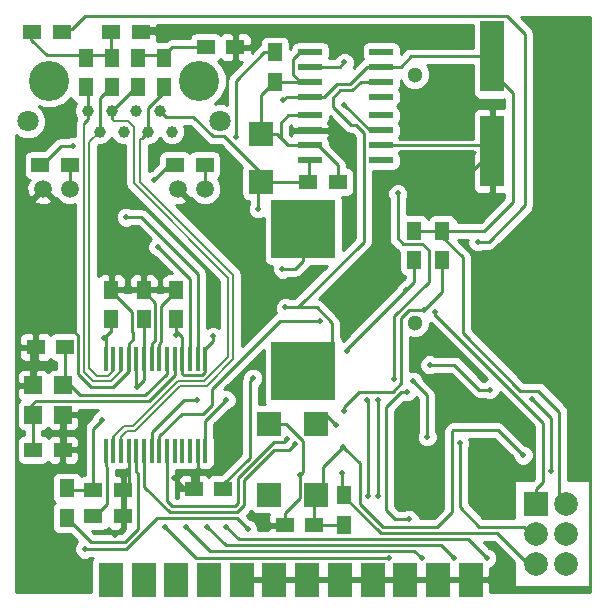
<source format=gbl>
G04 #@! TF.FileFunction,Copper,L2,Bot,Signal*
%FSLAX46Y46*%
G04 Gerber Fmt 4.6, Leading zero omitted, Abs format (unit mm)*
G04 Created by KiCad (PCBNEW 4.0.2-stable) date 01/06/2016 17:52:26*
%MOMM*%
G01*
G04 APERTURE LIST*
%ADD10C,0.150000*%
%ADD11C,1.800000*%
%ADD12C,3.400000*%
%ADD13C,1.500000*%
%ADD14C,1.000000*%
%ADD15R,1.500000X1.500000*%
%ADD16R,2.000000X0.500000*%
%ADD17R,1.250000X1.500000*%
%ADD18R,1.500000X1.250000*%
%ADD19R,2.000000X2.000000*%
%ADD20C,1.300000*%
%ADD21C,2.000000*%
%ADD22R,2.000000X3.000000*%
%ADD23R,2.000000X6.000000*%
%ADD24R,5.400000X5.000000*%
%ADD25R,0.300000X2.000000*%
%ADD26C,0.500000*%
%ADD27C,0.250000*%
%ADD28C,0.200000*%
%ADD29C,0.254000*%
G04 APERTURE END LIST*
D10*
D11*
X67960000Y-94490000D03*
X51700000Y-94490000D03*
D12*
X66180000Y-91060000D03*
X53480000Y-91060000D03*
D13*
X52970000Y-100200000D03*
X66690000Y-100200000D03*
X64400000Y-100200000D03*
X55260000Y-100200000D03*
D14*
X56760000Y-93600000D03*
X58800000Y-93600000D03*
X60840000Y-93600000D03*
X62880000Y-93600000D03*
X57780000Y-95380000D03*
X59820000Y-95380000D03*
X61860000Y-95380000D03*
X63900000Y-95380000D03*
D15*
X54650000Y-116850000D03*
X54650000Y-119350000D03*
X52150000Y-116850000D03*
X52150000Y-119350000D03*
D16*
X75600000Y-92400000D03*
X75600000Y-91130000D03*
X75600000Y-89860000D03*
X75600000Y-88590000D03*
X81600000Y-88590000D03*
X81600000Y-89860000D03*
X81600000Y-91130000D03*
X81600000Y-92400000D03*
X75600000Y-97800000D03*
X75600000Y-96530000D03*
X75600000Y-95260000D03*
X75600000Y-93990000D03*
X81600000Y-93990000D03*
X81600000Y-95260000D03*
X81600000Y-96530000D03*
X81600000Y-97800000D03*
D17*
X84400000Y-103750000D03*
X84400000Y-106250000D03*
X86800000Y-103750000D03*
X86800000Y-106250000D03*
D18*
X75450000Y-99600000D03*
X77950000Y-99600000D03*
D17*
X72600000Y-91150000D03*
X72600000Y-88650000D03*
D18*
X66650000Y-98200000D03*
X64150000Y-98200000D03*
X55250000Y-98200000D03*
X52750000Y-98200000D03*
D17*
X63200000Y-91600000D03*
X63200000Y-89100000D03*
X61000000Y-91600000D03*
X61000000Y-89100000D03*
X58800000Y-89100000D03*
X58800000Y-91600000D03*
X56600000Y-89100000D03*
X56600000Y-91600000D03*
X55000000Y-125550000D03*
X55000000Y-128050000D03*
X78500000Y-128650000D03*
X78500000Y-126150000D03*
D18*
X57250000Y-127900000D03*
X59750000Y-127900000D03*
X54550000Y-86900000D03*
X52050000Y-86900000D03*
D19*
X72100000Y-126100000D03*
X72100000Y-120100000D03*
X76100000Y-120100000D03*
X76100000Y-126100000D03*
X71400000Y-99600000D03*
X71400000Y-95600000D03*
D20*
X84450000Y-111550000D03*
X84450000Y-90550000D03*
D19*
X94750000Y-126860000D03*
D21*
X97290000Y-126860000D03*
X94750000Y-129400000D03*
X97290000Y-129400000D03*
X94750000Y-131940000D03*
X97290000Y-131940000D03*
D22*
X58715000Y-133300000D03*
X61485000Y-133300000D03*
X64255000Y-133300000D03*
X67025000Y-133300000D03*
X69795000Y-133300000D03*
X72565000Y-133300000D03*
X75335000Y-133300000D03*
X78105000Y-133300000D03*
X80875000Y-133300000D03*
X83645000Y-133300000D03*
X86415000Y-133300000D03*
X89185000Y-133300000D03*
D23*
X91000000Y-89000000D03*
X91000000Y-97000000D03*
D18*
X75950000Y-128700000D03*
X73450000Y-128700000D03*
X69250000Y-88200000D03*
X66750000Y-88200000D03*
X61250000Y-86900000D03*
X58750000Y-86900000D03*
X52350000Y-113600000D03*
X54850000Y-113600000D03*
X54650000Y-122300000D03*
X52150000Y-122300000D03*
D17*
X64250000Y-108750000D03*
X64250000Y-111250000D03*
X61500000Y-108750000D03*
X61500000Y-111250000D03*
X58750000Y-108750000D03*
X58750000Y-111250000D03*
D18*
X59750000Y-125700000D03*
X57250000Y-125700000D03*
X65750000Y-125600000D03*
X68250000Y-125600000D03*
D24*
X75000000Y-103600000D03*
X75000000Y-115600000D03*
D25*
X66725000Y-114600000D03*
X66725000Y-122400000D03*
X66075000Y-114600000D03*
X66075000Y-122400000D03*
X65425000Y-114600000D03*
X65425000Y-122400000D03*
X64775000Y-114600000D03*
X64775000Y-122400000D03*
X64125000Y-114600000D03*
X64125000Y-122400000D03*
X63475000Y-114600000D03*
X63475000Y-122400000D03*
X62825000Y-114600000D03*
X62825000Y-122400000D03*
X62175000Y-114600000D03*
X62175000Y-122400000D03*
X61525000Y-114600000D03*
X61525000Y-122400000D03*
X60875000Y-114600000D03*
X60875000Y-122400000D03*
X60225000Y-114600000D03*
X60225000Y-122400000D03*
X59575000Y-114600000D03*
X59575000Y-122400000D03*
X58925000Y-114600000D03*
X58925000Y-122400000D03*
X58275000Y-114600000D03*
X58275000Y-122400000D03*
D26*
X90000000Y-116100000D03*
X84600000Y-124000000D03*
X91499994Y-130600000D03*
X51999998Y-129300000D03*
X64100010Y-124690932D03*
X59100000Y-129474980D03*
X78986983Y-95912999D03*
X74700000Y-124399980D03*
X70200000Y-86725020D03*
X84250000Y-98749998D03*
X81500000Y-104525002D03*
X86443311Y-116038274D03*
X60900000Y-117000000D03*
X83800000Y-117400000D03*
X84000004Y-128200000D03*
X83000004Y-100600000D03*
X82700000Y-116300000D03*
X89800000Y-104700000D03*
X58140255Y-112827263D03*
X70750000Y-116250000D03*
X67400000Y-112700014D03*
X64250000Y-112599998D03*
X58000000Y-119750000D03*
X73300000Y-92700000D03*
X78385870Y-122039973D03*
X93624990Y-122750000D03*
X68500000Y-118049998D03*
X69319216Y-95817606D03*
X71200000Y-101900000D03*
X80400000Y-118100010D03*
X80500000Y-126200000D03*
X81300002Y-118100000D03*
X81300000Y-126200000D03*
X82264981Y-131475042D03*
X63300000Y-128800000D03*
X85026910Y-131477265D03*
X65100000Y-128800000D03*
X87799997Y-131480962D03*
X66900000Y-128800002D03*
X90547078Y-131455165D03*
X68500000Y-128800014D03*
X73661758Y-121377685D03*
X86200000Y-110600000D03*
X66000048Y-118049988D03*
X88252624Y-121747376D03*
X85700000Y-115100000D03*
X76400000Y-111400000D03*
X90800000Y-117200000D03*
X78299984Y-124300000D03*
X78500000Y-89500000D03*
X78500012Y-93100000D03*
X85200000Y-110500000D03*
X78500000Y-118999996D03*
X78717783Y-113974970D03*
X83750000Y-108750000D03*
X94400000Y-118000000D03*
X96000000Y-124100002D03*
X70300000Y-129025013D03*
X56491991Y-130708009D03*
X73499537Y-110249555D03*
X73249992Y-107000000D03*
X74299994Y-121799982D03*
X84300000Y-116500000D03*
X85500000Y-121200000D03*
X60000000Y-102600000D03*
X55500000Y-96600000D03*
X62374990Y-99500000D03*
X62700000Y-105100000D03*
X77800000Y-120200000D03*
D27*
X89750001Y-115850001D02*
X90000000Y-116100000D01*
X85200000Y-114200000D02*
X88100000Y-114200000D01*
X84800000Y-115500000D02*
X84800000Y-114600000D01*
X85338274Y-116038274D02*
X84800000Y-115500000D01*
X86443311Y-116038274D02*
X85338274Y-116038274D01*
X84800000Y-114600000D02*
X85200000Y-114200000D01*
X88100000Y-114200000D02*
X89750001Y-115850001D01*
X84849999Y-123750001D02*
X84600000Y-124000000D01*
X86443311Y-122156689D02*
X84849999Y-123750001D01*
X86443311Y-116038274D02*
X86443311Y-122156689D01*
X91499994Y-130953553D02*
X91499994Y-130600000D01*
X91499994Y-132700006D02*
X91499994Y-130953553D01*
X90900000Y-133300000D02*
X91499994Y-132700006D01*
X89185000Y-133300000D02*
X90900000Y-133300000D01*
X73525016Y-120100000D02*
X72100000Y-120100000D01*
X74949999Y-121524983D02*
X73525016Y-120100000D01*
X74949999Y-124149981D02*
X74949999Y-121524983D01*
X74700000Y-124399980D02*
X74949999Y-124149981D01*
X81600000Y-96530000D02*
X90530000Y-96530000D01*
X90530000Y-96530000D02*
X91000000Y-97000000D01*
X84250000Y-98749998D02*
X89250002Y-98749998D01*
X89250002Y-98749998D02*
X91000000Y-97000000D01*
X51999998Y-125825002D02*
X51999998Y-129300000D01*
X54650000Y-123175000D02*
X51999998Y-125825002D01*
X54650000Y-122300000D02*
X54650000Y-123175000D01*
X65750000Y-125600000D02*
X65009078Y-125600000D01*
X65009078Y-125600000D02*
X64100010Y-124690932D01*
X65750000Y-125600000D02*
X65267999Y-125600000D01*
X66075000Y-122400000D02*
X66075000Y-125275000D01*
X66075000Y-125275000D02*
X65750000Y-125600000D01*
X59750000Y-127900000D02*
X59750000Y-128824980D01*
X59750000Y-128824980D02*
X59100000Y-129474980D01*
X60225000Y-122400000D02*
X60225000Y-125225000D01*
X60225000Y-125225000D02*
X59750000Y-125700000D01*
X59750000Y-127900000D02*
X59750000Y-125700000D01*
X89662612Y-133300000D02*
X90900000Y-133300000D01*
X86415000Y-133300000D02*
X89185000Y-133300000D01*
X83645000Y-133300000D02*
X86415000Y-133300000D01*
X80875000Y-133300000D02*
X83645000Y-133300000D01*
X78105000Y-133300000D02*
X80875000Y-133300000D01*
X75335000Y-133300000D02*
X78105000Y-133300000D01*
X72565000Y-133300000D02*
X75335000Y-133300000D01*
X69795000Y-133300000D02*
X72565000Y-133300000D01*
X69795000Y-134000000D02*
X70495000Y-133300000D01*
X60225000Y-114600000D02*
X60225000Y-115646764D01*
X60225000Y-115646764D02*
X60050009Y-115821757D01*
X60050009Y-115821757D02*
X58896756Y-116975011D01*
X58896756Y-116975011D02*
X57053245Y-116975011D01*
X52800000Y-112100000D02*
X52350000Y-112550000D01*
X57053245Y-116975011D02*
X55975001Y-115896767D01*
X55975001Y-115896767D02*
X55975001Y-112674999D01*
X55975001Y-112674999D02*
X55400002Y-112100000D01*
X55400002Y-112100000D02*
X52800000Y-112100000D01*
X52350000Y-112550000D02*
X52350000Y-113600000D01*
X60629689Y-112945311D02*
X60225000Y-113350000D01*
X58750000Y-108875000D02*
X60499999Y-110624999D01*
X60225000Y-113350000D02*
X60225000Y-114600000D01*
X60499999Y-112245311D02*
X60629689Y-112375001D01*
X58750000Y-108750000D02*
X58750000Y-108875000D01*
X60629689Y-112375001D02*
X60629689Y-112945311D01*
X60499999Y-110624999D02*
X60499999Y-112245311D01*
X51900000Y-101400000D02*
X51900000Y-106400000D01*
X52350000Y-113600000D02*
X52350000Y-106850000D01*
X52350000Y-106850000D02*
X51900000Y-106400000D01*
X52970000Y-100200000D02*
X52970000Y-100330000D01*
X52970000Y-100330000D02*
X51900000Y-101400000D01*
X77926323Y-95912999D02*
X78986983Y-95912999D01*
X77273324Y-95260000D02*
X77926323Y-95912999D01*
X75000000Y-95260000D02*
X77273324Y-95260000D01*
X74700000Y-124399980D02*
X74700000Y-126400000D01*
X74700000Y-126400000D02*
X73450000Y-127650000D01*
X73450000Y-127650000D02*
X73450000Y-128700000D01*
X54650000Y-122300000D02*
X54650000Y-123250000D01*
X50900000Y-123600000D02*
X50700000Y-123400000D01*
X54650000Y-123250000D02*
X54300000Y-123600000D01*
X50700000Y-117300000D02*
X51150000Y-116850000D01*
X54300000Y-123600000D02*
X50900000Y-123600000D01*
X50700000Y-123400000D02*
X50700000Y-117300000D01*
X51150000Y-116850000D02*
X52150000Y-116850000D01*
X69474980Y-86725020D02*
X69250000Y-86950000D01*
X69250000Y-86950000D02*
X69250000Y-88200000D01*
X70200000Y-86725020D02*
X69474980Y-86725020D01*
X69250000Y-88200000D02*
X69250000Y-87325000D01*
X83189340Y-98749998D02*
X84250000Y-98749998D01*
X81500000Y-104525002D02*
X81500000Y-100439338D01*
X81500000Y-100439338D02*
X83189340Y-98749998D01*
X61500000Y-108750000D02*
X58750000Y-108750000D01*
X64250000Y-108750000D02*
X61500000Y-108750000D01*
X64250000Y-108750000D02*
X64250000Y-108875000D01*
X64250000Y-108875000D02*
X63000000Y-110125000D01*
X63000000Y-110125000D02*
X63000000Y-113175000D01*
X63000000Y-113175000D02*
X62825000Y-113350000D01*
X62825000Y-113350000D02*
X62825000Y-114600000D01*
X61500000Y-108750000D02*
X61500000Y-108875000D01*
X61500000Y-108875000D02*
X62500001Y-109875001D01*
X62500001Y-109875001D02*
X62500001Y-113024999D01*
X62500001Y-113024999D02*
X62175000Y-113350000D01*
X62175000Y-113350000D02*
X62175000Y-114600000D01*
X52000000Y-116400000D02*
X52000000Y-113950000D01*
X52000000Y-113950000D02*
X52350000Y-113600000D01*
X54850000Y-119800000D02*
X54850000Y-122100000D01*
X54850000Y-122100000D02*
X54650000Y-122300000D01*
X54650000Y-122325000D02*
X54650000Y-122300000D01*
X61250000Y-86600000D02*
X68525000Y-86600000D01*
X68525000Y-86600000D02*
X69250000Y-87325000D01*
X60875000Y-116975000D02*
X60900000Y-117000000D01*
X61525000Y-116375000D02*
X61149999Y-116750001D01*
X60875000Y-114600000D02*
X60875000Y-116975000D01*
X61525000Y-114600000D02*
X61525000Y-116375000D01*
X61149999Y-116750001D02*
X60900000Y-117000000D01*
X83800000Y-117400000D02*
X83300000Y-117400000D01*
X82000000Y-118700000D02*
X82000000Y-127400000D01*
X83300000Y-117400000D02*
X82000000Y-118700000D01*
X82800000Y-128200000D02*
X84000004Y-128200000D01*
X82000000Y-127400000D02*
X82800000Y-128200000D01*
X82700000Y-116300000D02*
X82700000Y-111000000D01*
X82700000Y-111000000D02*
X85625001Y-108074999D01*
X85625001Y-108074999D02*
X85625001Y-105424999D01*
X85625001Y-105424999D02*
X85075003Y-104875001D01*
X85075003Y-104875001D02*
X83474999Y-104875001D01*
X83474999Y-104875001D02*
X83000004Y-104400006D01*
X83000004Y-104400006D02*
X83000004Y-100953553D01*
X83000004Y-100953553D02*
X83000004Y-100600000D01*
X66725000Y-115695058D02*
X66725000Y-114600000D01*
X66445057Y-115975001D02*
X66725000Y-115695058D01*
X64775000Y-115850000D02*
X64900001Y-115975001D01*
X64775000Y-114600000D02*
X64775000Y-115850000D01*
X64900001Y-115975001D02*
X66445057Y-115975001D01*
X70500001Y-116499999D02*
X70500001Y-122985755D01*
X70750000Y-116250000D02*
X70500001Y-116499999D01*
X70500001Y-122985755D02*
X68250000Y-125235756D01*
X68250000Y-125235756D02*
X68250000Y-125600000D01*
X58000000Y-119750000D02*
X57250000Y-120500000D01*
X57250000Y-120500000D02*
X57250000Y-125700000D01*
X57250000Y-125700000D02*
X55150000Y-125700000D01*
X55150000Y-125700000D02*
X55000000Y-125550000D01*
X54450000Y-86700000D02*
X55450000Y-86700000D01*
X55450000Y-86700000D02*
X56550000Y-85600000D01*
X56550000Y-85600000D02*
X92275002Y-85600000D01*
X90700000Y-104700000D02*
X89800000Y-104700000D01*
X92275002Y-85600000D02*
X93800000Y-87124998D01*
X93800000Y-87124998D02*
X93800000Y-101600000D01*
X93800000Y-101600000D02*
X90700000Y-104700000D01*
X58172737Y-112827263D02*
X58140255Y-112827263D01*
X58750000Y-112250000D02*
X58172737Y-112827263D01*
X66725000Y-113750000D02*
X67400000Y-113075000D01*
X66725000Y-114600000D02*
X66725000Y-113750000D01*
X67400000Y-113075000D02*
X67400000Y-112700014D01*
X64250000Y-111250000D02*
X64250000Y-112599998D01*
X58750000Y-111250000D02*
X58750000Y-112250000D01*
X58750000Y-112250000D02*
X58275000Y-112725000D01*
X58275000Y-112725000D02*
X58275000Y-114600000D01*
X61500000Y-111250000D02*
X61500000Y-114575000D01*
X61500000Y-114575000D02*
X61525000Y-114600000D01*
X64250000Y-111250000D02*
X64250000Y-112250000D01*
X64250000Y-112250000D02*
X64775000Y-112775000D01*
X64775000Y-112775000D02*
X64775000Y-114600000D01*
X97290000Y-126860000D02*
X96700000Y-126270000D01*
X96700000Y-126270000D02*
X96700000Y-119100000D01*
X93400000Y-117300000D02*
X88500000Y-112400000D01*
X86800000Y-104300000D02*
X86800000Y-103750000D01*
X96700000Y-119100000D02*
X94900000Y-117300000D01*
X94900000Y-117300000D02*
X93400000Y-117300000D01*
X88500000Y-112400000D02*
X88500000Y-106000000D01*
X88500000Y-106000000D02*
X86800000Y-104300000D01*
X93624990Y-122750000D02*
X91497365Y-120622375D01*
X86374999Y-128825001D02*
X81765559Y-128825001D01*
X91497365Y-120622375D02*
X87712623Y-120622375D01*
X87712623Y-120622375D02*
X87600000Y-120734998D01*
X87600000Y-120734998D02*
X87600000Y-127600000D01*
X87600000Y-127600000D02*
X86374999Y-128825001D01*
X81765559Y-128825001D02*
X79800000Y-126859442D01*
X79800000Y-126859442D02*
X79800000Y-123454103D01*
X79800000Y-123454103D02*
X78635869Y-122289972D01*
X78635869Y-122289972D02*
X78385870Y-122039973D01*
X73600000Y-92400000D02*
X73300000Y-92700000D01*
X75500000Y-92400000D02*
X73600000Y-92400000D01*
X81500000Y-89860000D02*
X80440000Y-89860000D01*
X80440000Y-89860000D02*
X78950036Y-91349964D01*
X78950036Y-91349964D02*
X77850036Y-91349964D01*
X77850036Y-91349964D02*
X76800000Y-92400000D01*
X76800000Y-92400000D02*
X75500000Y-92400000D01*
X84110000Y-89000000D02*
X83250000Y-89860000D01*
X83250000Y-89860000D02*
X81500000Y-89860000D01*
X91000000Y-89000000D02*
X84110000Y-89000000D01*
X76700000Y-123725843D02*
X78385870Y-122039973D01*
X76700000Y-125400000D02*
X76700000Y-123725843D01*
X75950000Y-128700000D02*
X75950000Y-126150000D01*
X75950000Y-126150000D02*
X76700000Y-125400000D01*
X78500000Y-128650000D02*
X76000000Y-128650000D01*
X76000000Y-128650000D02*
X75950000Y-128700000D01*
X78150000Y-128300000D02*
X78500000Y-128650000D01*
X86800000Y-103750000D02*
X90350000Y-103750000D01*
X92800000Y-92100000D02*
X91000000Y-90300000D01*
X90350000Y-103750000D02*
X92800000Y-101300000D01*
X92800000Y-101300000D02*
X92800000Y-92100000D01*
X91000000Y-90300000D02*
X91000000Y-89000000D01*
X84400000Y-103750000D02*
X86800000Y-103750000D01*
X68500000Y-118049998D02*
X66725000Y-119824998D01*
X66725000Y-119824998D02*
X66725000Y-122400000D01*
X56600000Y-88900000D02*
X53275000Y-88900000D01*
X53275000Y-88900000D02*
X51950000Y-87575000D01*
X51950000Y-87575000D02*
X51950000Y-86700000D01*
X58750000Y-86600000D02*
X58750000Y-88850000D01*
X58750000Y-88850000D02*
X58800000Y-88900000D01*
X56600000Y-88900000D02*
X56484999Y-88784999D01*
X56600000Y-88900000D02*
X58800000Y-88900000D01*
X66750000Y-88200000D02*
X63900000Y-88200000D01*
X63900000Y-88200000D02*
X63200000Y-88900000D01*
X61000000Y-88900000D02*
X63200000Y-88900000D01*
X72600000Y-88650000D02*
X71725000Y-88650000D01*
X71725000Y-88650000D02*
X69319216Y-91055784D01*
X69319216Y-91055784D02*
X69319216Y-95817606D01*
X71400000Y-99600000D02*
X71400000Y-98823392D01*
X68341609Y-95765001D02*
X67365001Y-95765001D01*
X71400000Y-98823392D02*
X68341609Y-95765001D01*
X67365001Y-95765001D02*
X65699999Y-94099999D01*
X65699999Y-94099999D02*
X63379999Y-94099999D01*
X63379999Y-94099999D02*
X62880000Y-93600000D01*
X75450000Y-99600000D02*
X71400000Y-99600000D01*
X75500000Y-97800000D02*
X75500000Y-99550000D01*
X75500000Y-99550000D02*
X75450000Y-99600000D01*
X71200000Y-101900000D02*
X71200000Y-99800000D01*
X71200000Y-99800000D02*
X71400000Y-99600000D01*
X80500000Y-126200000D02*
X80500000Y-118200010D01*
X80500000Y-118200010D02*
X80400000Y-118100010D01*
X81300000Y-118100002D02*
X81300002Y-118100000D01*
X81300000Y-126200000D02*
X81300000Y-118100002D01*
X63300000Y-128800000D02*
X65924999Y-131424999D01*
X82214938Y-131424999D02*
X82264981Y-131475042D01*
X65924999Y-131424999D02*
X82214938Y-131424999D01*
X84399677Y-130850032D02*
X85026910Y-131477265D01*
X67150032Y-130850032D02*
X84399677Y-130850032D01*
X65100000Y-128800000D02*
X67150032Y-130850032D01*
X86669057Y-130350022D02*
X87799997Y-131480962D01*
X68450020Y-130350022D02*
X86669057Y-130350022D01*
X66900000Y-128800002D02*
X68450020Y-130350022D01*
X88941924Y-129850011D02*
X90547078Y-131455165D01*
X68500000Y-128800014D02*
X69549997Y-129850011D01*
X69549997Y-129850011D02*
X88941924Y-129850011D01*
X94750000Y-126860000D02*
X94750000Y-125610000D01*
X94750000Y-125610000D02*
X95300000Y-125060000D01*
X95300000Y-125060000D02*
X95300000Y-120000000D01*
X95300000Y-120000000D02*
X86253553Y-110953553D01*
X86253553Y-110953553D02*
X86200000Y-110953553D01*
X86200000Y-110953553D02*
X86200000Y-110600000D01*
X69499990Y-124692888D02*
X72565194Y-121627684D01*
X69499989Y-126807133D02*
X69499990Y-124692888D01*
X72565194Y-121627684D02*
X73411759Y-121627684D01*
X69207122Y-127100000D02*
X69499989Y-126807133D01*
X63475000Y-126675000D02*
X63900000Y-127100000D01*
X63475000Y-122400000D02*
X63475000Y-126675000D01*
X73411759Y-121627684D02*
X73661758Y-121377685D01*
X63900000Y-127100000D02*
X69207122Y-127100000D01*
X94750000Y-129400000D02*
X94300000Y-129400000D01*
X93700000Y-128800000D02*
X89900000Y-128800000D01*
X94300000Y-129400000D02*
X93700000Y-128800000D01*
X89900000Y-128800000D02*
X88252624Y-127152624D01*
X88252624Y-127152624D02*
X88252624Y-121747376D01*
X64939388Y-118049988D02*
X66000048Y-118049988D01*
X62175000Y-122400000D02*
X62175000Y-120814374D01*
X62175000Y-120814374D02*
X64939388Y-118049988D01*
X89900000Y-117200000D02*
X87800000Y-115100000D01*
X90800000Y-117200000D02*
X89900000Y-117200000D01*
X86053553Y-115100000D02*
X85700000Y-115100000D01*
X87800000Y-115100000D02*
X86053553Y-115100000D01*
X62825000Y-122400000D02*
X62825000Y-121150000D01*
X64726477Y-119248523D02*
X66501477Y-119248523D01*
X66501477Y-119248523D02*
X67250000Y-118500000D01*
X62825000Y-121150000D02*
X64726477Y-119248523D01*
X67250000Y-118500000D02*
X67250000Y-117150000D01*
X67250000Y-117150000D02*
X73000000Y-111400000D01*
X73000000Y-111400000D02*
X76400000Y-111400000D01*
X78500000Y-126150000D02*
X78500000Y-126266562D01*
X78500000Y-126266562D02*
X81583438Y-129350000D01*
X81583438Y-129350000D02*
X91450000Y-129350000D01*
X91450000Y-129350000D02*
X94040000Y-131940000D01*
X94040000Y-131940000D02*
X94750000Y-131940000D01*
X78299984Y-124300000D02*
X78299984Y-125949984D01*
X78299984Y-125949984D02*
X78500000Y-126150000D01*
X78200000Y-126275000D02*
X78200000Y-126150000D01*
X95200000Y-131940000D02*
X95140000Y-132000000D01*
X95140000Y-132000000D02*
X95000000Y-132000000D01*
X55250000Y-98200000D02*
X55250000Y-100190000D01*
X55250000Y-100190000D02*
X55260000Y-100200000D01*
X66650000Y-98200000D02*
X66650000Y-100160000D01*
X66650000Y-100160000D02*
X66690000Y-100200000D01*
X75000000Y-89860000D02*
X78140000Y-89860000D01*
X78140000Y-89860000D02*
X78500000Y-89500000D01*
X80660012Y-95260000D02*
X78500012Y-93100000D01*
X82000000Y-95260000D02*
X80660012Y-95260000D01*
X84846447Y-110500000D02*
X85200000Y-110500000D01*
X79771455Y-117374988D02*
X82600007Y-117374988D01*
X83982998Y-110500000D02*
X84846447Y-110500000D01*
X78500000Y-118646443D02*
X79771455Y-117374988D01*
X83325001Y-116649994D02*
X83325001Y-111157997D01*
X82600007Y-117374988D02*
X83325001Y-116649994D01*
X83325001Y-111157997D02*
X83982998Y-110500000D01*
X78500000Y-118999996D02*
X78500000Y-118646443D01*
X86800000Y-106250000D02*
X86800000Y-108900000D01*
X85449999Y-110250001D02*
X85200000Y-110500000D01*
X86800000Y-108900000D02*
X85449999Y-110250001D01*
X83750000Y-108750000D02*
X78717783Y-113782217D01*
X78717783Y-113782217D02*
X78717783Y-113974970D01*
X84400000Y-108100000D02*
X83750000Y-108750000D01*
X84400000Y-106250000D02*
X84400000Y-108100000D01*
X96000000Y-119600000D02*
X94649999Y-118249999D01*
X94649999Y-118249999D02*
X94400000Y-118000000D01*
X96000000Y-124100002D02*
X96000000Y-119600000D01*
X59999113Y-130708009D02*
X62607102Y-128100020D01*
X62607102Y-128100020D02*
X69375007Y-128100020D01*
X69375007Y-128100020D02*
X70300000Y-129025013D01*
X56491991Y-130708009D02*
X59999113Y-130708009D01*
X79440002Y-94774996D02*
X79024996Y-94774996D01*
X80124999Y-95459993D02*
X79440002Y-94774996D01*
X77500000Y-92500000D02*
X78150025Y-91849975D01*
X77500000Y-93250000D02*
X77500000Y-92500000D01*
X79877122Y-91130000D02*
X82000000Y-91130000D01*
X79024996Y-94774996D02*
X77500000Y-93250000D01*
X78150025Y-91849975D02*
X79157147Y-91849975D01*
X79157147Y-91849975D02*
X79877122Y-91130000D01*
X80124999Y-104684753D02*
X80124999Y-95459993D01*
X74560197Y-110249555D02*
X80124999Y-104684753D01*
X73499537Y-110249555D02*
X74560197Y-110249555D01*
X75000000Y-115600000D02*
X77444372Y-113155628D01*
X77444372Y-113155628D02*
X77444372Y-111559987D01*
X77444372Y-111559987D02*
X76133940Y-110249555D01*
X76133940Y-110249555D02*
X73499537Y-110249555D01*
X75500000Y-96530000D02*
X76250000Y-96530000D01*
X76250000Y-96530000D02*
X77950000Y-98230000D01*
X77950000Y-98230000D02*
X77950000Y-99600000D01*
X71400000Y-92225000D02*
X71400000Y-95600000D01*
X75500000Y-91130000D02*
X72495000Y-91130000D01*
X72495000Y-91130000D02*
X71400000Y-92225000D01*
X75500000Y-91130000D02*
X74750000Y-91130000D01*
X74124999Y-89215001D02*
X74750000Y-88590000D01*
X74750000Y-91130000D02*
X74124999Y-90504999D01*
X74124999Y-90504999D02*
X74124999Y-89215001D01*
X74750000Y-88590000D02*
X75500000Y-88590000D01*
X70750000Y-94950000D02*
X71400000Y-95600000D01*
X75000000Y-93990000D02*
X73750000Y-93990000D01*
X73750000Y-93990000D02*
X73124999Y-94615001D01*
X73124999Y-94615001D02*
X73124999Y-95904999D01*
X73124999Y-95904999D02*
X73750000Y-96530000D01*
X73750000Y-96530000D02*
X75000000Y-96530000D01*
X71400000Y-95600000D02*
X72820000Y-95600000D01*
X72820000Y-95600000D02*
X73750000Y-96530000D01*
X76250000Y-96530000D02*
X75000000Y-96530000D01*
X74350000Y-107000000D02*
X73249992Y-107000000D01*
X75000000Y-106350000D02*
X74350000Y-107000000D01*
X75000000Y-103600000D02*
X75000000Y-106350000D01*
X57250000Y-127900000D02*
X57375000Y-127900000D01*
X57375000Y-127900000D02*
X58375001Y-126899999D01*
X58375001Y-126899999D02*
X58375001Y-123750001D01*
X58375001Y-123750001D02*
X58275000Y-123650000D01*
X58275000Y-123650000D02*
X58275000Y-122400000D01*
X55000000Y-128100000D02*
X57000000Y-130100000D01*
X61000000Y-129000000D02*
X61000000Y-124300000D01*
X57000000Y-130100000D02*
X59900000Y-130100000D01*
X59900000Y-130100000D02*
X61000000Y-129000000D01*
X61000000Y-124300000D02*
X60875000Y-124175000D01*
X60875000Y-124175000D02*
X60875000Y-122400000D01*
X72575021Y-122324979D02*
X73774997Y-122324979D01*
X63692889Y-127600011D02*
X69414234Y-127600010D01*
X70000000Y-127014244D02*
X70000000Y-124900000D01*
X61525000Y-125432122D02*
X63692889Y-127600011D01*
X69414234Y-127600010D02*
X70000000Y-127014244D01*
X61525000Y-122400000D02*
X61525000Y-125432122D01*
X70000000Y-124900000D02*
X72575021Y-122324979D01*
X73774997Y-122324979D02*
X74299994Y-121799982D01*
X85500000Y-121200000D02*
X85500000Y-117700000D01*
X85500000Y-117700000D02*
X84549999Y-116749999D01*
X84549999Y-116749999D02*
X84300000Y-116500000D01*
D28*
X57250000Y-116500000D02*
X58700001Y-116499999D01*
X58700001Y-116499999D02*
X59575000Y-115625000D01*
X56450012Y-115700012D02*
X57250000Y-116500000D01*
X56450012Y-94617094D02*
X56450012Y-115700012D01*
X59575000Y-115625000D02*
X59575000Y-114600000D01*
D27*
X56760000Y-94307106D02*
X56450012Y-94617094D01*
X56760000Y-93600000D02*
X56760000Y-94307106D01*
X56760000Y-93600000D02*
X56760000Y-91560000D01*
X56760000Y-91560000D02*
X56600000Y-91400000D01*
X56500000Y-93860000D02*
X56760000Y-93600000D01*
D28*
X58925000Y-121200000D02*
X59875011Y-120249989D01*
X59875011Y-120249989D02*
X60613599Y-120249989D01*
X60613599Y-120249989D02*
X64413578Y-116450012D01*
X64413578Y-116450012D02*
X66641812Y-116450012D01*
X66641812Y-116450012D02*
X68649989Y-114441835D01*
X68649989Y-114441835D02*
X68649989Y-107728223D01*
X68649989Y-107728223D02*
X60670001Y-99748235D01*
X60670001Y-99748235D02*
X60670001Y-94971999D01*
X58992894Y-94500000D02*
X58800000Y-94307106D01*
X60670001Y-94971999D02*
X60198002Y-94500000D01*
X60198002Y-94500000D02*
X58992894Y-94500000D01*
D27*
X58800000Y-94307106D02*
X58800000Y-93600000D01*
X58925000Y-122400000D02*
X58925000Y-121200000D01*
X58800000Y-93600000D02*
X61000000Y-91400000D01*
D28*
X56900023Y-115400023D02*
X57549989Y-116049989D01*
X58925000Y-115638590D02*
X58925000Y-114600000D01*
X56900023Y-96259977D02*
X56900023Y-115400023D01*
X57549989Y-116049989D02*
X58513600Y-116049989D01*
X58513600Y-116049989D02*
X58925000Y-115638590D01*
X57780000Y-95380000D02*
X56900023Y-96259977D01*
D27*
X58800000Y-91400000D02*
X58800000Y-91525000D01*
X58800000Y-91525000D02*
X57780000Y-92545000D01*
X57780000Y-92545000D02*
X57780000Y-95380000D01*
X58800000Y-91275000D02*
X58800000Y-91400000D01*
X57903604Y-95380000D02*
X57780000Y-95380000D01*
D28*
X59575000Y-122400000D02*
X59575000Y-121200000D01*
X60075000Y-120700000D02*
X60800001Y-120700000D01*
X59575000Y-121200000D02*
X60075000Y-120700000D01*
X60800001Y-120700000D02*
X64599978Y-116900023D01*
X61200000Y-96040000D02*
X61360001Y-95879999D01*
X64599978Y-116900023D02*
X66828212Y-116900023D01*
X66828212Y-116900023D02*
X69100000Y-114628235D01*
X61200000Y-99641823D02*
X61200000Y-96040000D01*
X69100000Y-114628235D02*
X69100000Y-107541823D01*
X69100000Y-107541823D02*
X61200000Y-99641823D01*
D27*
X61360001Y-95879999D02*
X61860000Y-95380000D01*
X63200000Y-91400000D02*
X63200000Y-91984998D01*
X61860000Y-93324998D02*
X61860000Y-95380000D01*
X63200000Y-91984998D02*
X61860000Y-93324998D01*
X63200000Y-91400000D02*
X63200000Y-91525000D01*
X52350000Y-118200000D02*
X52000000Y-118550000D01*
X52150000Y-119950000D02*
X52150000Y-122300000D01*
X52000000Y-119800000D02*
X52150000Y-119950000D01*
X64125000Y-114600000D02*
X64125000Y-115997126D01*
X64125000Y-115997126D02*
X61922126Y-118200000D01*
X61922126Y-118200000D02*
X52350000Y-118200000D01*
X52000000Y-118550000D02*
X52000000Y-119800000D01*
X61625011Y-117699989D02*
X56149989Y-117699989D01*
X54850000Y-116400000D02*
X54850000Y-113600000D01*
X63475000Y-115850000D02*
X61625011Y-117699989D01*
X63475000Y-114600000D02*
X63475000Y-115850000D01*
X56149989Y-117699989D02*
X54850000Y-116400000D01*
X66075000Y-114600000D02*
X66075000Y-107375000D01*
X66075000Y-107375000D02*
X61300000Y-102600000D01*
X61300000Y-102600000D02*
X60353553Y-102600000D01*
X60353553Y-102600000D02*
X60000000Y-102600000D01*
X55146447Y-96600000D02*
X55500000Y-96600000D01*
X54475000Y-96600000D02*
X55146447Y-96600000D01*
X52875000Y-98200000D02*
X54475000Y-96600000D01*
X52750000Y-98200000D02*
X52875000Y-98200000D01*
X64150000Y-98200000D02*
X63674990Y-98200000D01*
X63674990Y-98200000D02*
X62374990Y-99500000D01*
X65425000Y-107825000D02*
X62700000Y-105100000D01*
X65425000Y-114600000D02*
X65425000Y-107825000D01*
X76700000Y-119400000D02*
X77000000Y-119400000D01*
X77000000Y-119400000D02*
X77800000Y-120200000D01*
D29*
G36*
X55371838Y-92585317D02*
X55510910Y-92801441D01*
X55723110Y-92946431D01*
X55796274Y-92961247D01*
X55625197Y-93373244D01*
X55624803Y-93824775D01*
X55797233Y-94242086D01*
X55801349Y-94246209D01*
X55747864Y-94326255D01*
X55690012Y-94617094D01*
X55715012Y-94742776D01*
X55715012Y-95731017D01*
X55676810Y-95715154D01*
X55324735Y-95714847D01*
X55021841Y-95840000D01*
X54475000Y-95840000D01*
X54184161Y-95897852D01*
X53937599Y-96062599D01*
X53072638Y-96927560D01*
X52000000Y-96927560D01*
X51764683Y-96971838D01*
X51548559Y-97110910D01*
X51403569Y-97323110D01*
X51352560Y-97575000D01*
X51352560Y-98825000D01*
X51396838Y-99060317D01*
X51535910Y-99276441D01*
X51748110Y-99421431D01*
X51866346Y-99445374D01*
X51757540Y-99476077D01*
X51572799Y-99995171D01*
X51600770Y-100545448D01*
X51757540Y-100923923D01*
X51998483Y-100991912D01*
X52790395Y-100200000D01*
X52776253Y-100185858D01*
X52955858Y-100006253D01*
X52970000Y-100020395D01*
X52984143Y-100006253D01*
X53163748Y-100185858D01*
X53149605Y-100200000D01*
X53941517Y-100991912D01*
X54073276Y-100954732D01*
X54085169Y-100983515D01*
X54474436Y-101373461D01*
X54983298Y-101584759D01*
X55534285Y-101585240D01*
X55715012Y-101510565D01*
X55715012Y-112350851D01*
X55600000Y-112327560D01*
X54100000Y-112327560D01*
X53864683Y-112371838D01*
X53648559Y-112510910D01*
X53602031Y-112579006D01*
X53459698Y-112436673D01*
X53226309Y-112340000D01*
X52635750Y-112340000D01*
X52477000Y-112498750D01*
X52477000Y-113473000D01*
X52497000Y-113473000D01*
X52497000Y-113727000D01*
X52477000Y-113727000D01*
X52477000Y-114701250D01*
X52635750Y-114860000D01*
X53226309Y-114860000D01*
X53459698Y-114763327D01*
X53600936Y-114622090D01*
X53635910Y-114676441D01*
X53848110Y-114821431D01*
X54090000Y-114870415D01*
X54090000Y-115452560D01*
X53900000Y-115452560D01*
X53664683Y-115496838D01*
X53448559Y-115635910D01*
X53402031Y-115704006D01*
X53259699Y-115561673D01*
X53026310Y-115465000D01*
X52435750Y-115465000D01*
X52277000Y-115623750D01*
X52277000Y-116723000D01*
X52297000Y-116723000D01*
X52297000Y-116977000D01*
X52277000Y-116977000D01*
X52277000Y-116997000D01*
X52023000Y-116997000D01*
X52023000Y-116977000D01*
X50923750Y-116977000D01*
X50765000Y-117135750D01*
X50765000Y-117726309D01*
X50861673Y-117959698D01*
X51002910Y-118100936D01*
X50948559Y-118135910D01*
X50803569Y-118348110D01*
X50752560Y-118600000D01*
X50752560Y-120100000D01*
X50796838Y-120335317D01*
X50935910Y-120551441D01*
X51148110Y-120696431D01*
X51390000Y-120745415D01*
X51390000Y-121029442D01*
X51164683Y-121071838D01*
X50948559Y-121210910D01*
X50803569Y-121423110D01*
X50752560Y-121675000D01*
X50752560Y-122925000D01*
X50796838Y-123160317D01*
X50935910Y-123376441D01*
X51148110Y-123521431D01*
X51400000Y-123572440D01*
X52900000Y-123572440D01*
X53135317Y-123528162D01*
X53351441Y-123389090D01*
X53397969Y-123320994D01*
X53540302Y-123463327D01*
X53773691Y-123560000D01*
X54364250Y-123560000D01*
X54523000Y-123401250D01*
X54523000Y-122427000D01*
X54777000Y-122427000D01*
X54777000Y-123401250D01*
X54935750Y-123560000D01*
X55526309Y-123560000D01*
X55759698Y-123463327D01*
X55938327Y-123284699D01*
X56035000Y-123051310D01*
X56035000Y-122585750D01*
X55876250Y-122427000D01*
X54777000Y-122427000D01*
X54523000Y-122427000D01*
X54503000Y-122427000D01*
X54503000Y-122173000D01*
X54523000Y-122173000D01*
X54523000Y-121198750D01*
X54777000Y-121198750D01*
X54777000Y-122173000D01*
X55876250Y-122173000D01*
X56035000Y-122014250D01*
X56035000Y-121548690D01*
X55938327Y-121315301D01*
X55759698Y-121136673D01*
X55526309Y-121040000D01*
X54935750Y-121040000D01*
X54777000Y-121198750D01*
X54523000Y-121198750D01*
X54364250Y-121040000D01*
X53773691Y-121040000D01*
X53540302Y-121136673D01*
X53399064Y-121277910D01*
X53364090Y-121223559D01*
X53151890Y-121078569D01*
X52910000Y-121029585D01*
X52910000Y-120745558D01*
X53135317Y-120703162D01*
X53351441Y-120564090D01*
X53397969Y-120495994D01*
X53540301Y-120638327D01*
X53773690Y-120735000D01*
X54364250Y-120735000D01*
X54523000Y-120576250D01*
X54523000Y-119477000D01*
X54777000Y-119477000D01*
X54777000Y-120576250D01*
X54935750Y-120735000D01*
X55526310Y-120735000D01*
X55759699Y-120638327D01*
X55938327Y-120459698D01*
X56035000Y-120226309D01*
X56035000Y-119635750D01*
X55876250Y-119477000D01*
X54777000Y-119477000D01*
X54523000Y-119477000D01*
X54503000Y-119477000D01*
X54503000Y-119223000D01*
X54523000Y-119223000D01*
X54523000Y-119203000D01*
X54777000Y-119203000D01*
X54777000Y-119223000D01*
X55876250Y-119223000D01*
X56035000Y-119064250D01*
X56035000Y-118960000D01*
X57594447Y-118960000D01*
X57499343Y-118999296D01*
X57250171Y-119248033D01*
X57124489Y-119550709D01*
X56712599Y-119962599D01*
X56547852Y-120209161D01*
X56490000Y-120500000D01*
X56490000Y-124429442D01*
X56264683Y-124471838D01*
X56196606Y-124515644D01*
X56089090Y-124348559D01*
X55876890Y-124203569D01*
X55625000Y-124152560D01*
X54375000Y-124152560D01*
X54139683Y-124196838D01*
X53923559Y-124335910D01*
X53778569Y-124548110D01*
X53727560Y-124800000D01*
X53727560Y-126300000D01*
X53771838Y-126535317D01*
X53910910Y-126751441D01*
X53980711Y-126799134D01*
X53923559Y-126835910D01*
X53778569Y-127048110D01*
X53727560Y-127300000D01*
X53727560Y-128800000D01*
X53771838Y-129035317D01*
X53910910Y-129251441D01*
X54123110Y-129396431D01*
X54375000Y-129447440D01*
X55272638Y-129447440D01*
X55886827Y-130061629D01*
X55742162Y-130206042D01*
X55607145Y-130531199D01*
X55606838Y-130883274D01*
X55741287Y-131208666D01*
X55990024Y-131457838D01*
X56315181Y-131592855D01*
X56667256Y-131593162D01*
X56970150Y-131468009D01*
X57173300Y-131468009D01*
X57118569Y-131548110D01*
X57067560Y-131800000D01*
X57067560Y-134315000D01*
X50685000Y-134315000D01*
X50685000Y-115973691D01*
X50765000Y-115973691D01*
X50765000Y-116564250D01*
X50923750Y-116723000D01*
X52023000Y-116723000D01*
X52023000Y-115623750D01*
X51864250Y-115465000D01*
X51273690Y-115465000D01*
X51040301Y-115561673D01*
X50861673Y-115740302D01*
X50765000Y-115973691D01*
X50685000Y-115973691D01*
X50685000Y-113885750D01*
X50965000Y-113885750D01*
X50965000Y-114351310D01*
X51061673Y-114584699D01*
X51240302Y-114763327D01*
X51473691Y-114860000D01*
X52064250Y-114860000D01*
X52223000Y-114701250D01*
X52223000Y-113727000D01*
X51123750Y-113727000D01*
X50965000Y-113885750D01*
X50685000Y-113885750D01*
X50685000Y-112848690D01*
X50965000Y-112848690D01*
X50965000Y-113314250D01*
X51123750Y-113473000D01*
X52223000Y-113473000D01*
X52223000Y-112498750D01*
X52064250Y-112340000D01*
X51473691Y-112340000D01*
X51240302Y-112436673D01*
X51061673Y-112615301D01*
X50965000Y-112848690D01*
X50685000Y-112848690D01*
X50685000Y-101171517D01*
X52178088Y-101171517D01*
X52246077Y-101412460D01*
X52765171Y-101597201D01*
X53315448Y-101569230D01*
X53693923Y-101412460D01*
X53761912Y-101171517D01*
X52970000Y-100379605D01*
X52178088Y-101171517D01*
X50685000Y-101171517D01*
X50685000Y-95645941D01*
X50829357Y-95790551D01*
X51393330Y-96024733D01*
X52003991Y-96025265D01*
X52568371Y-95792068D01*
X53000551Y-95360643D01*
X53234733Y-94796670D01*
X53235265Y-94186009D01*
X53002068Y-93621629D01*
X52606879Y-93225749D01*
X53013502Y-93394593D01*
X53942422Y-93395404D01*
X54800943Y-93040671D01*
X55353693Y-92488885D01*
X55371838Y-92585317D01*
X55371838Y-92585317D01*
G37*
X55371838Y-92585317D02*
X55510910Y-92801441D01*
X55723110Y-92946431D01*
X55796274Y-92961247D01*
X55625197Y-93373244D01*
X55624803Y-93824775D01*
X55797233Y-94242086D01*
X55801349Y-94246209D01*
X55747864Y-94326255D01*
X55690012Y-94617094D01*
X55715012Y-94742776D01*
X55715012Y-95731017D01*
X55676810Y-95715154D01*
X55324735Y-95714847D01*
X55021841Y-95840000D01*
X54475000Y-95840000D01*
X54184161Y-95897852D01*
X53937599Y-96062599D01*
X53072638Y-96927560D01*
X52000000Y-96927560D01*
X51764683Y-96971838D01*
X51548559Y-97110910D01*
X51403569Y-97323110D01*
X51352560Y-97575000D01*
X51352560Y-98825000D01*
X51396838Y-99060317D01*
X51535910Y-99276441D01*
X51748110Y-99421431D01*
X51866346Y-99445374D01*
X51757540Y-99476077D01*
X51572799Y-99995171D01*
X51600770Y-100545448D01*
X51757540Y-100923923D01*
X51998483Y-100991912D01*
X52790395Y-100200000D01*
X52776253Y-100185858D01*
X52955858Y-100006253D01*
X52970000Y-100020395D01*
X52984143Y-100006253D01*
X53163748Y-100185858D01*
X53149605Y-100200000D01*
X53941517Y-100991912D01*
X54073276Y-100954732D01*
X54085169Y-100983515D01*
X54474436Y-101373461D01*
X54983298Y-101584759D01*
X55534285Y-101585240D01*
X55715012Y-101510565D01*
X55715012Y-112350851D01*
X55600000Y-112327560D01*
X54100000Y-112327560D01*
X53864683Y-112371838D01*
X53648559Y-112510910D01*
X53602031Y-112579006D01*
X53459698Y-112436673D01*
X53226309Y-112340000D01*
X52635750Y-112340000D01*
X52477000Y-112498750D01*
X52477000Y-113473000D01*
X52497000Y-113473000D01*
X52497000Y-113727000D01*
X52477000Y-113727000D01*
X52477000Y-114701250D01*
X52635750Y-114860000D01*
X53226309Y-114860000D01*
X53459698Y-114763327D01*
X53600936Y-114622090D01*
X53635910Y-114676441D01*
X53848110Y-114821431D01*
X54090000Y-114870415D01*
X54090000Y-115452560D01*
X53900000Y-115452560D01*
X53664683Y-115496838D01*
X53448559Y-115635910D01*
X53402031Y-115704006D01*
X53259699Y-115561673D01*
X53026310Y-115465000D01*
X52435750Y-115465000D01*
X52277000Y-115623750D01*
X52277000Y-116723000D01*
X52297000Y-116723000D01*
X52297000Y-116977000D01*
X52277000Y-116977000D01*
X52277000Y-116997000D01*
X52023000Y-116997000D01*
X52023000Y-116977000D01*
X50923750Y-116977000D01*
X50765000Y-117135750D01*
X50765000Y-117726309D01*
X50861673Y-117959698D01*
X51002910Y-118100936D01*
X50948559Y-118135910D01*
X50803569Y-118348110D01*
X50752560Y-118600000D01*
X50752560Y-120100000D01*
X50796838Y-120335317D01*
X50935910Y-120551441D01*
X51148110Y-120696431D01*
X51390000Y-120745415D01*
X51390000Y-121029442D01*
X51164683Y-121071838D01*
X50948559Y-121210910D01*
X50803569Y-121423110D01*
X50752560Y-121675000D01*
X50752560Y-122925000D01*
X50796838Y-123160317D01*
X50935910Y-123376441D01*
X51148110Y-123521431D01*
X51400000Y-123572440D01*
X52900000Y-123572440D01*
X53135317Y-123528162D01*
X53351441Y-123389090D01*
X53397969Y-123320994D01*
X53540302Y-123463327D01*
X53773691Y-123560000D01*
X54364250Y-123560000D01*
X54523000Y-123401250D01*
X54523000Y-122427000D01*
X54777000Y-122427000D01*
X54777000Y-123401250D01*
X54935750Y-123560000D01*
X55526309Y-123560000D01*
X55759698Y-123463327D01*
X55938327Y-123284699D01*
X56035000Y-123051310D01*
X56035000Y-122585750D01*
X55876250Y-122427000D01*
X54777000Y-122427000D01*
X54523000Y-122427000D01*
X54503000Y-122427000D01*
X54503000Y-122173000D01*
X54523000Y-122173000D01*
X54523000Y-121198750D01*
X54777000Y-121198750D01*
X54777000Y-122173000D01*
X55876250Y-122173000D01*
X56035000Y-122014250D01*
X56035000Y-121548690D01*
X55938327Y-121315301D01*
X55759698Y-121136673D01*
X55526309Y-121040000D01*
X54935750Y-121040000D01*
X54777000Y-121198750D01*
X54523000Y-121198750D01*
X54364250Y-121040000D01*
X53773691Y-121040000D01*
X53540302Y-121136673D01*
X53399064Y-121277910D01*
X53364090Y-121223559D01*
X53151890Y-121078569D01*
X52910000Y-121029585D01*
X52910000Y-120745558D01*
X53135317Y-120703162D01*
X53351441Y-120564090D01*
X53397969Y-120495994D01*
X53540301Y-120638327D01*
X53773690Y-120735000D01*
X54364250Y-120735000D01*
X54523000Y-120576250D01*
X54523000Y-119477000D01*
X54777000Y-119477000D01*
X54777000Y-120576250D01*
X54935750Y-120735000D01*
X55526310Y-120735000D01*
X55759699Y-120638327D01*
X55938327Y-120459698D01*
X56035000Y-120226309D01*
X56035000Y-119635750D01*
X55876250Y-119477000D01*
X54777000Y-119477000D01*
X54523000Y-119477000D01*
X54503000Y-119477000D01*
X54503000Y-119223000D01*
X54523000Y-119223000D01*
X54523000Y-119203000D01*
X54777000Y-119203000D01*
X54777000Y-119223000D01*
X55876250Y-119223000D01*
X56035000Y-119064250D01*
X56035000Y-118960000D01*
X57594447Y-118960000D01*
X57499343Y-118999296D01*
X57250171Y-119248033D01*
X57124489Y-119550709D01*
X56712599Y-119962599D01*
X56547852Y-120209161D01*
X56490000Y-120500000D01*
X56490000Y-124429442D01*
X56264683Y-124471838D01*
X56196606Y-124515644D01*
X56089090Y-124348559D01*
X55876890Y-124203569D01*
X55625000Y-124152560D01*
X54375000Y-124152560D01*
X54139683Y-124196838D01*
X53923559Y-124335910D01*
X53778569Y-124548110D01*
X53727560Y-124800000D01*
X53727560Y-126300000D01*
X53771838Y-126535317D01*
X53910910Y-126751441D01*
X53980711Y-126799134D01*
X53923559Y-126835910D01*
X53778569Y-127048110D01*
X53727560Y-127300000D01*
X53727560Y-128800000D01*
X53771838Y-129035317D01*
X53910910Y-129251441D01*
X54123110Y-129396431D01*
X54375000Y-129447440D01*
X55272638Y-129447440D01*
X55886827Y-130061629D01*
X55742162Y-130206042D01*
X55607145Y-130531199D01*
X55606838Y-130883274D01*
X55741287Y-131208666D01*
X55990024Y-131457838D01*
X56315181Y-131592855D01*
X56667256Y-131593162D01*
X56970150Y-131468009D01*
X57173300Y-131468009D01*
X57118569Y-131548110D01*
X57067560Y-131800000D01*
X57067560Y-134315000D01*
X50685000Y-134315000D01*
X50685000Y-115973691D01*
X50765000Y-115973691D01*
X50765000Y-116564250D01*
X50923750Y-116723000D01*
X52023000Y-116723000D01*
X52023000Y-115623750D01*
X51864250Y-115465000D01*
X51273690Y-115465000D01*
X51040301Y-115561673D01*
X50861673Y-115740302D01*
X50765000Y-115973691D01*
X50685000Y-115973691D01*
X50685000Y-113885750D01*
X50965000Y-113885750D01*
X50965000Y-114351310D01*
X51061673Y-114584699D01*
X51240302Y-114763327D01*
X51473691Y-114860000D01*
X52064250Y-114860000D01*
X52223000Y-114701250D01*
X52223000Y-113727000D01*
X51123750Y-113727000D01*
X50965000Y-113885750D01*
X50685000Y-113885750D01*
X50685000Y-112848690D01*
X50965000Y-112848690D01*
X50965000Y-113314250D01*
X51123750Y-113473000D01*
X52223000Y-113473000D01*
X52223000Y-112498750D01*
X52064250Y-112340000D01*
X51473691Y-112340000D01*
X51240302Y-112436673D01*
X51061673Y-112615301D01*
X50965000Y-112848690D01*
X50685000Y-112848690D01*
X50685000Y-101171517D01*
X52178088Y-101171517D01*
X52246077Y-101412460D01*
X52765171Y-101597201D01*
X53315448Y-101569230D01*
X53693923Y-101412460D01*
X53761912Y-101171517D01*
X52970000Y-100379605D01*
X52178088Y-101171517D01*
X50685000Y-101171517D01*
X50685000Y-95645941D01*
X50829357Y-95790551D01*
X51393330Y-96024733D01*
X52003991Y-96025265D01*
X52568371Y-95792068D01*
X53000551Y-95360643D01*
X53234733Y-94796670D01*
X53235265Y-94186009D01*
X53002068Y-93621629D01*
X52606879Y-93225749D01*
X53013502Y-93394593D01*
X53942422Y-93395404D01*
X54800943Y-93040671D01*
X55353693Y-92488885D01*
X55371838Y-92585317D01*
G36*
X99315000Y-134315000D02*
X90820000Y-134315000D01*
X90820000Y-133585750D01*
X90661250Y-133427000D01*
X89312000Y-133427000D01*
X89312000Y-133447000D01*
X89058000Y-133447000D01*
X89058000Y-133427000D01*
X86542000Y-133427000D01*
X86542000Y-133447000D01*
X86288000Y-133447000D01*
X86288000Y-133427000D01*
X83772000Y-133427000D01*
X83772000Y-133447000D01*
X83518000Y-133447000D01*
X83518000Y-133427000D01*
X81002000Y-133427000D01*
X81002000Y-133447000D01*
X80748000Y-133447000D01*
X80748000Y-133427000D01*
X78232000Y-133427000D01*
X78232000Y-133447000D01*
X77978000Y-133447000D01*
X77978000Y-133427000D01*
X75462000Y-133427000D01*
X75462000Y-133447000D01*
X75208000Y-133447000D01*
X75208000Y-133427000D01*
X72692000Y-133427000D01*
X72692000Y-133447000D01*
X72438000Y-133447000D01*
X72438000Y-133427000D01*
X69922000Y-133427000D01*
X69922000Y-133447000D01*
X69668000Y-133447000D01*
X69668000Y-133427000D01*
X69648000Y-133427000D01*
X69648000Y-133173000D01*
X69668000Y-133173000D01*
X69668000Y-133153000D01*
X69922000Y-133153000D01*
X69922000Y-133173000D01*
X72438000Y-133173000D01*
X72438000Y-133153000D01*
X72692000Y-133153000D01*
X72692000Y-133173000D01*
X75208000Y-133173000D01*
X75208000Y-133153000D01*
X75462000Y-133153000D01*
X75462000Y-133173000D01*
X77978000Y-133173000D01*
X77978000Y-133153000D01*
X78232000Y-133153000D01*
X78232000Y-133173000D01*
X80748000Y-133173000D01*
X80748000Y-133153000D01*
X81002000Y-133153000D01*
X81002000Y-133173000D01*
X83518000Y-133173000D01*
X83518000Y-133153000D01*
X83772000Y-133153000D01*
X83772000Y-133173000D01*
X86288000Y-133173000D01*
X86288000Y-133153000D01*
X86542000Y-133153000D01*
X86542000Y-133173000D01*
X89058000Y-133173000D01*
X89058000Y-133153000D01*
X89312000Y-133153000D01*
X89312000Y-133173000D01*
X90661250Y-133173000D01*
X90820000Y-133014250D01*
X90820000Y-132299967D01*
X91047735Y-132205869D01*
X91296907Y-131957132D01*
X91431924Y-131631975D01*
X91432231Y-131279900D01*
X91297782Y-130954508D01*
X91049045Y-130705336D01*
X90746369Y-130579654D01*
X90276715Y-130110000D01*
X91135198Y-130110000D01*
X92839946Y-131814748D01*
X92839946Y-133750000D01*
X92848631Y-133796159D01*
X92875911Y-133838553D01*
X92917536Y-133866994D01*
X92966946Y-133877000D01*
X99166946Y-133877000D01*
X99213105Y-133868315D01*
X99255499Y-133841035D01*
X99283940Y-133799410D01*
X99293946Y-133750000D01*
X99293946Y-124950000D01*
X99285261Y-124903841D01*
X99257981Y-124861447D01*
X99216356Y-124833006D01*
X99166946Y-124823000D01*
X97460000Y-124823000D01*
X97460000Y-119100000D01*
X97411746Y-118857414D01*
X97402148Y-118809160D01*
X97237401Y-118562599D01*
X95437401Y-116762599D01*
X95190839Y-116597852D01*
X94900000Y-116540000D01*
X93714802Y-116540000D01*
X89260000Y-112085198D01*
X89260000Y-106000000D01*
X89202148Y-105709161D01*
X89037401Y-105462599D01*
X88084802Y-104510000D01*
X88920631Y-104510000D01*
X88915154Y-104523190D01*
X88914847Y-104875265D01*
X89049296Y-105200657D01*
X89298033Y-105449829D01*
X89623190Y-105584846D01*
X89975265Y-105585153D01*
X90278159Y-105460000D01*
X90700000Y-105460000D01*
X90990839Y-105402148D01*
X91237401Y-105237401D01*
X94337401Y-102137401D01*
X94502148Y-101890839D01*
X94560000Y-101600000D01*
X94560000Y-87124998D01*
X94502148Y-86834159D01*
X94337401Y-86587597D01*
X93434804Y-85685000D01*
X99315000Y-85685000D01*
X99315000Y-134315000D01*
X99315000Y-134315000D01*
G37*
X99315000Y-134315000D02*
X90820000Y-134315000D01*
X90820000Y-133585750D01*
X90661250Y-133427000D01*
X89312000Y-133427000D01*
X89312000Y-133447000D01*
X89058000Y-133447000D01*
X89058000Y-133427000D01*
X86542000Y-133427000D01*
X86542000Y-133447000D01*
X86288000Y-133447000D01*
X86288000Y-133427000D01*
X83772000Y-133427000D01*
X83772000Y-133447000D01*
X83518000Y-133447000D01*
X83518000Y-133427000D01*
X81002000Y-133427000D01*
X81002000Y-133447000D01*
X80748000Y-133447000D01*
X80748000Y-133427000D01*
X78232000Y-133427000D01*
X78232000Y-133447000D01*
X77978000Y-133447000D01*
X77978000Y-133427000D01*
X75462000Y-133427000D01*
X75462000Y-133447000D01*
X75208000Y-133447000D01*
X75208000Y-133427000D01*
X72692000Y-133427000D01*
X72692000Y-133447000D01*
X72438000Y-133447000D01*
X72438000Y-133427000D01*
X69922000Y-133427000D01*
X69922000Y-133447000D01*
X69668000Y-133447000D01*
X69668000Y-133427000D01*
X69648000Y-133427000D01*
X69648000Y-133173000D01*
X69668000Y-133173000D01*
X69668000Y-133153000D01*
X69922000Y-133153000D01*
X69922000Y-133173000D01*
X72438000Y-133173000D01*
X72438000Y-133153000D01*
X72692000Y-133153000D01*
X72692000Y-133173000D01*
X75208000Y-133173000D01*
X75208000Y-133153000D01*
X75462000Y-133153000D01*
X75462000Y-133173000D01*
X77978000Y-133173000D01*
X77978000Y-133153000D01*
X78232000Y-133153000D01*
X78232000Y-133173000D01*
X80748000Y-133173000D01*
X80748000Y-133153000D01*
X81002000Y-133153000D01*
X81002000Y-133173000D01*
X83518000Y-133173000D01*
X83518000Y-133153000D01*
X83772000Y-133153000D01*
X83772000Y-133173000D01*
X86288000Y-133173000D01*
X86288000Y-133153000D01*
X86542000Y-133153000D01*
X86542000Y-133173000D01*
X89058000Y-133173000D01*
X89058000Y-133153000D01*
X89312000Y-133153000D01*
X89312000Y-133173000D01*
X90661250Y-133173000D01*
X90820000Y-133014250D01*
X90820000Y-132299967D01*
X91047735Y-132205869D01*
X91296907Y-131957132D01*
X91431924Y-131631975D01*
X91432231Y-131279900D01*
X91297782Y-130954508D01*
X91049045Y-130705336D01*
X90746369Y-130579654D01*
X90276715Y-130110000D01*
X91135198Y-130110000D01*
X92839946Y-131814748D01*
X92839946Y-133750000D01*
X92848631Y-133796159D01*
X92875911Y-133838553D01*
X92917536Y-133866994D01*
X92966946Y-133877000D01*
X99166946Y-133877000D01*
X99213105Y-133868315D01*
X99255499Y-133841035D01*
X99283940Y-133799410D01*
X99293946Y-133750000D01*
X99293946Y-124950000D01*
X99285261Y-124903841D01*
X99257981Y-124861447D01*
X99216356Y-124833006D01*
X99166946Y-124823000D01*
X97460000Y-124823000D01*
X97460000Y-119100000D01*
X97411746Y-118857414D01*
X97402148Y-118809160D01*
X97237401Y-118562599D01*
X95437401Y-116762599D01*
X95190839Y-116597852D01*
X94900000Y-116540000D01*
X93714802Y-116540000D01*
X89260000Y-112085198D01*
X89260000Y-106000000D01*
X89202148Y-105709161D01*
X89037401Y-105462599D01*
X88084802Y-104510000D01*
X88920631Y-104510000D01*
X88915154Y-104523190D01*
X88914847Y-104875265D01*
X89049296Y-105200657D01*
X89298033Y-105449829D01*
X89623190Y-105584846D01*
X89975265Y-105585153D01*
X90278159Y-105460000D01*
X90700000Y-105460000D01*
X90990839Y-105402148D01*
X91237401Y-105237401D01*
X94337401Y-102137401D01*
X94502148Y-101890839D01*
X94560000Y-101600000D01*
X94560000Y-87124998D01*
X94502148Y-86834159D01*
X94337401Y-86587597D01*
X93434804Y-85685000D01*
X99315000Y-85685000D01*
X99315000Y-134315000D01*
G36*
X60097998Y-124035000D02*
X60115000Y-124035000D01*
X60115000Y-124175000D01*
X60167712Y-124440000D01*
X60035750Y-124440000D01*
X59877000Y-124598750D01*
X59877000Y-125573000D01*
X59897000Y-125573000D01*
X59897000Y-125827000D01*
X59877000Y-125827000D01*
X59877000Y-127773000D01*
X59897000Y-127773000D01*
X59897000Y-128027000D01*
X59877000Y-128027000D01*
X59877000Y-129001250D01*
X59900474Y-129024724D01*
X59585198Y-129340000D01*
X57314802Y-129340000D01*
X57147242Y-129172440D01*
X58000000Y-129172440D01*
X58235317Y-129128162D01*
X58451441Y-128989090D01*
X58497969Y-128920994D01*
X58640302Y-129063327D01*
X58873691Y-129160000D01*
X59464250Y-129160000D01*
X59623000Y-129001250D01*
X59623000Y-128027000D01*
X59603000Y-128027000D01*
X59603000Y-127773000D01*
X59623000Y-127773000D01*
X59623000Y-125827000D01*
X59603000Y-125827000D01*
X59603000Y-125573000D01*
X59623000Y-125573000D01*
X59623000Y-124598750D01*
X59464250Y-124440000D01*
X59135001Y-124440000D01*
X59135001Y-124036150D01*
X59256424Y-124013303D01*
X59425000Y-124047440D01*
X59725000Y-124047440D01*
X59899469Y-124014611D01*
X59948691Y-124035000D01*
X59991250Y-124035000D01*
X60097998Y-123928252D01*
X60097998Y-124035000D01*
X60097998Y-124035000D01*
G37*
X60097998Y-124035000D02*
X60115000Y-124035000D01*
X60115000Y-124175000D01*
X60167712Y-124440000D01*
X60035750Y-124440000D01*
X59877000Y-124598750D01*
X59877000Y-125573000D01*
X59897000Y-125573000D01*
X59897000Y-125827000D01*
X59877000Y-125827000D01*
X59877000Y-127773000D01*
X59897000Y-127773000D01*
X59897000Y-128027000D01*
X59877000Y-128027000D01*
X59877000Y-129001250D01*
X59900474Y-129024724D01*
X59585198Y-129340000D01*
X57314802Y-129340000D01*
X57147242Y-129172440D01*
X58000000Y-129172440D01*
X58235317Y-129128162D01*
X58451441Y-128989090D01*
X58497969Y-128920994D01*
X58640302Y-129063327D01*
X58873691Y-129160000D01*
X59464250Y-129160000D01*
X59623000Y-129001250D01*
X59623000Y-128027000D01*
X59603000Y-128027000D01*
X59603000Y-127773000D01*
X59623000Y-127773000D01*
X59623000Y-125827000D01*
X59603000Y-125827000D01*
X59603000Y-125573000D01*
X59623000Y-125573000D01*
X59623000Y-124598750D01*
X59464250Y-124440000D01*
X59135001Y-124440000D01*
X59135001Y-124036150D01*
X59256424Y-124013303D01*
X59425000Y-124047440D01*
X59725000Y-124047440D01*
X59899469Y-124014611D01*
X59948691Y-124035000D01*
X59991250Y-124035000D01*
X60097998Y-123928252D01*
X60097998Y-124035000D01*
G36*
X70635910Y-127551441D02*
X70848110Y-127696431D01*
X71100000Y-127747440D01*
X72148361Y-127747440D01*
X72065000Y-127948690D01*
X72065000Y-128414250D01*
X72223750Y-128573000D01*
X73323000Y-128573000D01*
X73323000Y-128553000D01*
X73577000Y-128553000D01*
X73577000Y-128573000D01*
X73597000Y-128573000D01*
X73597000Y-128827000D01*
X73577000Y-128827000D01*
X73577000Y-128847000D01*
X73323000Y-128847000D01*
X73323000Y-128827000D01*
X72223750Y-128827000D01*
X72065000Y-128985750D01*
X72065000Y-129090011D01*
X71184943Y-129090011D01*
X71185153Y-128849748D01*
X71050704Y-128524356D01*
X70801967Y-128275184D01*
X70499291Y-128149502D01*
X70219418Y-127869629D01*
X70537401Y-127551645D01*
X70587650Y-127476442D01*
X70635910Y-127551441D01*
X70635910Y-127551441D01*
G37*
X70635910Y-127551441D02*
X70848110Y-127696431D01*
X71100000Y-127747440D01*
X72148361Y-127747440D01*
X72065000Y-127948690D01*
X72065000Y-128414250D01*
X72223750Y-128573000D01*
X73323000Y-128573000D01*
X73323000Y-128553000D01*
X73577000Y-128553000D01*
X73577000Y-128573000D01*
X73597000Y-128573000D01*
X73597000Y-128827000D01*
X73577000Y-128827000D01*
X73577000Y-128847000D01*
X73323000Y-128847000D01*
X73323000Y-128827000D01*
X72223750Y-128827000D01*
X72065000Y-128985750D01*
X72065000Y-129090011D01*
X71184943Y-129090011D01*
X71185153Y-128849748D01*
X71050704Y-128524356D01*
X70801967Y-128275184D01*
X70499291Y-128149502D01*
X70219418Y-127869629D01*
X70537401Y-127551645D01*
X70587650Y-127476442D01*
X70635910Y-127551441D01*
G36*
X85823989Y-111598791D02*
X90564807Y-116339609D01*
X90321841Y-116440000D01*
X90214802Y-116440000D01*
X88337401Y-114562599D01*
X88090839Y-114397852D01*
X87800000Y-114340000D01*
X86177473Y-114340000D01*
X85876810Y-114215154D01*
X85524735Y-114214847D01*
X85199343Y-114349296D01*
X84950171Y-114598033D01*
X84815154Y-114923190D01*
X84814847Y-115275265D01*
X84949296Y-115600657D01*
X85198033Y-115849829D01*
X85523190Y-115984846D01*
X85875265Y-115985153D01*
X86178159Y-115860000D01*
X87485198Y-115860000D01*
X89362599Y-117737401D01*
X89609160Y-117902148D01*
X89648635Y-117910000D01*
X89900000Y-117960000D01*
X90322527Y-117960000D01*
X90623190Y-118084846D01*
X90975265Y-118085153D01*
X91300657Y-117950704D01*
X91549829Y-117701967D01*
X91660541Y-117435343D01*
X94540000Y-120314802D01*
X94540000Y-124745198D01*
X94462198Y-124823000D01*
X92966946Y-124823000D01*
X92920787Y-124831685D01*
X92878393Y-124858965D01*
X92849952Y-124900590D01*
X92839946Y-124950000D01*
X92839946Y-128040000D01*
X90214802Y-128040000D01*
X89012624Y-126837822D01*
X89012624Y-122224849D01*
X89137470Y-121924186D01*
X89137777Y-121572111D01*
X89059380Y-121382375D01*
X91182563Y-121382375D01*
X92749965Y-122949777D01*
X92874286Y-123250657D01*
X93123023Y-123499829D01*
X93448180Y-123634846D01*
X93800255Y-123635153D01*
X94125647Y-123500704D01*
X94374819Y-123251967D01*
X94509836Y-122926810D01*
X94510143Y-122574735D01*
X94375694Y-122249343D01*
X94126957Y-122000171D01*
X93824281Y-121874489D01*
X92034766Y-120084974D01*
X91788204Y-119920227D01*
X91497365Y-119862375D01*
X87712623Y-119862375D01*
X87421784Y-119920227D01*
X87175222Y-120084974D01*
X87062599Y-120197597D01*
X86897852Y-120444159D01*
X86840000Y-120734998D01*
X86840000Y-127285198D01*
X86060197Y-128065001D01*
X84885122Y-128065001D01*
X84885157Y-128024735D01*
X84750708Y-127699343D01*
X84501971Y-127450171D01*
X84176814Y-127315154D01*
X83824739Y-127314847D01*
X83521845Y-127440000D01*
X83114802Y-127440000D01*
X82760000Y-127085198D01*
X82760000Y-119014802D01*
X83529047Y-118245755D01*
X83623190Y-118284846D01*
X83975265Y-118285153D01*
X84300657Y-118150704D01*
X84549829Y-117901967D01*
X84572520Y-117847322D01*
X84740000Y-118014802D01*
X84740000Y-120722527D01*
X84615154Y-121023190D01*
X84614847Y-121375265D01*
X84749296Y-121700657D01*
X84998033Y-121949829D01*
X85323190Y-122084846D01*
X85675265Y-122085153D01*
X86000657Y-121950704D01*
X86249829Y-121701967D01*
X86384846Y-121376810D01*
X86385153Y-121024735D01*
X86260000Y-120721841D01*
X86260000Y-117700000D01*
X86235496Y-117576810D01*
X86202148Y-117409160D01*
X86037401Y-117162599D01*
X85175025Y-116300223D01*
X85050704Y-115999343D01*
X84801967Y-115750171D01*
X84476810Y-115615154D01*
X84124735Y-115614847D01*
X84085001Y-115631265D01*
X84085001Y-112789817D01*
X84193276Y-112834777D01*
X84704481Y-112835223D01*
X85176943Y-112640005D01*
X85538735Y-112278845D01*
X85734777Y-111806724D01*
X85735010Y-111539338D01*
X85823989Y-111598791D01*
X85823989Y-111598791D01*
G37*
X85823989Y-111598791D02*
X90564807Y-116339609D01*
X90321841Y-116440000D01*
X90214802Y-116440000D01*
X88337401Y-114562599D01*
X88090839Y-114397852D01*
X87800000Y-114340000D01*
X86177473Y-114340000D01*
X85876810Y-114215154D01*
X85524735Y-114214847D01*
X85199343Y-114349296D01*
X84950171Y-114598033D01*
X84815154Y-114923190D01*
X84814847Y-115275265D01*
X84949296Y-115600657D01*
X85198033Y-115849829D01*
X85523190Y-115984846D01*
X85875265Y-115985153D01*
X86178159Y-115860000D01*
X87485198Y-115860000D01*
X89362599Y-117737401D01*
X89609160Y-117902148D01*
X89648635Y-117910000D01*
X89900000Y-117960000D01*
X90322527Y-117960000D01*
X90623190Y-118084846D01*
X90975265Y-118085153D01*
X91300657Y-117950704D01*
X91549829Y-117701967D01*
X91660541Y-117435343D01*
X94540000Y-120314802D01*
X94540000Y-124745198D01*
X94462198Y-124823000D01*
X92966946Y-124823000D01*
X92920787Y-124831685D01*
X92878393Y-124858965D01*
X92849952Y-124900590D01*
X92839946Y-124950000D01*
X92839946Y-128040000D01*
X90214802Y-128040000D01*
X89012624Y-126837822D01*
X89012624Y-122224849D01*
X89137470Y-121924186D01*
X89137777Y-121572111D01*
X89059380Y-121382375D01*
X91182563Y-121382375D01*
X92749965Y-122949777D01*
X92874286Y-123250657D01*
X93123023Y-123499829D01*
X93448180Y-123634846D01*
X93800255Y-123635153D01*
X94125647Y-123500704D01*
X94374819Y-123251967D01*
X94509836Y-122926810D01*
X94510143Y-122574735D01*
X94375694Y-122249343D01*
X94126957Y-122000171D01*
X93824281Y-121874489D01*
X92034766Y-120084974D01*
X91788204Y-119920227D01*
X91497365Y-119862375D01*
X87712623Y-119862375D01*
X87421784Y-119920227D01*
X87175222Y-120084974D01*
X87062599Y-120197597D01*
X86897852Y-120444159D01*
X86840000Y-120734998D01*
X86840000Y-127285198D01*
X86060197Y-128065001D01*
X84885122Y-128065001D01*
X84885157Y-128024735D01*
X84750708Y-127699343D01*
X84501971Y-127450171D01*
X84176814Y-127315154D01*
X83824739Y-127314847D01*
X83521845Y-127440000D01*
X83114802Y-127440000D01*
X82760000Y-127085198D01*
X82760000Y-119014802D01*
X83529047Y-118245755D01*
X83623190Y-118284846D01*
X83975265Y-118285153D01*
X84300657Y-118150704D01*
X84549829Y-117901967D01*
X84572520Y-117847322D01*
X84740000Y-118014802D01*
X84740000Y-120722527D01*
X84615154Y-121023190D01*
X84614847Y-121375265D01*
X84749296Y-121700657D01*
X84998033Y-121949829D01*
X85323190Y-122084846D01*
X85675265Y-122085153D01*
X86000657Y-121950704D01*
X86249829Y-121701967D01*
X86384846Y-121376810D01*
X86385153Y-121024735D01*
X86260000Y-120721841D01*
X86260000Y-117700000D01*
X86235496Y-117576810D01*
X86202148Y-117409160D01*
X86037401Y-117162599D01*
X85175025Y-116300223D01*
X85050704Y-115999343D01*
X84801967Y-115750171D01*
X84476810Y-115615154D01*
X84124735Y-115614847D01*
X84085001Y-115631265D01*
X84085001Y-112789817D01*
X84193276Y-112834777D01*
X84704481Y-112835223D01*
X85176943Y-112640005D01*
X85538735Y-112278845D01*
X85734777Y-111806724D01*
X85735010Y-111539338D01*
X85823989Y-111598791D01*
G36*
X71652560Y-118100000D02*
X71696838Y-118335317D01*
X71780287Y-118465000D01*
X71260001Y-118465000D01*
X71260001Y-116991376D01*
X71499829Y-116751967D01*
X71634846Y-116426810D01*
X71635153Y-116074735D01*
X71500704Y-115749343D01*
X71251967Y-115500171D01*
X70926810Y-115365154D01*
X70574735Y-115364847D01*
X70249343Y-115499296D01*
X70000171Y-115748033D01*
X69865154Y-116073190D01*
X69865123Y-116108483D01*
X69797853Y-116209160D01*
X69740001Y-116499999D01*
X69740001Y-122670953D01*
X68083394Y-124327560D01*
X67500000Y-124327560D01*
X67264683Y-124371838D01*
X67048559Y-124510910D01*
X67002031Y-124579006D01*
X66859698Y-124436673D01*
X66626309Y-124340000D01*
X66035750Y-124340000D01*
X65877000Y-124498750D01*
X65877000Y-125473000D01*
X65897000Y-125473000D01*
X65897000Y-125727000D01*
X65877000Y-125727000D01*
X65877000Y-125747000D01*
X65623000Y-125747000D01*
X65623000Y-125727000D01*
X64523750Y-125727000D01*
X64365000Y-125885750D01*
X64365000Y-126340000D01*
X64235000Y-126340000D01*
X64235000Y-124848690D01*
X64365000Y-124848690D01*
X64365000Y-125314250D01*
X64523750Y-125473000D01*
X65623000Y-125473000D01*
X65623000Y-124498750D01*
X65464250Y-124340000D01*
X64873691Y-124340000D01*
X64640302Y-124436673D01*
X64461673Y-124615301D01*
X64365000Y-124848690D01*
X64235000Y-124848690D01*
X64235000Y-124047440D01*
X64275000Y-124047440D01*
X64456424Y-124013303D01*
X64625000Y-124047440D01*
X64925000Y-124047440D01*
X65106424Y-124013303D01*
X65275000Y-124047440D01*
X65575000Y-124047440D01*
X65749469Y-124014611D01*
X65798691Y-124035000D01*
X65841250Y-124035000D01*
X65986384Y-123889866D01*
X66026441Y-123864090D01*
X66074134Y-123794289D01*
X66110910Y-123851441D01*
X66155999Y-123882249D01*
X66308750Y-124035000D01*
X66351309Y-124035000D01*
X66404589Y-124012931D01*
X66575000Y-124047440D01*
X66875000Y-124047440D01*
X67110317Y-124003162D01*
X67326441Y-123864090D01*
X67471431Y-123651890D01*
X67522440Y-123400000D01*
X67522440Y-121400000D01*
X67485000Y-121201024D01*
X67485000Y-120139800D01*
X68699777Y-118925023D01*
X69000657Y-118800702D01*
X69249829Y-118551965D01*
X69384846Y-118226808D01*
X69385153Y-117874733D01*
X69250704Y-117549341D01*
X69001967Y-117300169D01*
X68676810Y-117165152D01*
X68324735Y-117164845D01*
X68299551Y-117175251D01*
X71652560Y-113822242D01*
X71652560Y-118100000D01*
X71652560Y-118100000D01*
G37*
X71652560Y-118100000D02*
X71696838Y-118335317D01*
X71780287Y-118465000D01*
X71260001Y-118465000D01*
X71260001Y-116991376D01*
X71499829Y-116751967D01*
X71634846Y-116426810D01*
X71635153Y-116074735D01*
X71500704Y-115749343D01*
X71251967Y-115500171D01*
X70926810Y-115365154D01*
X70574735Y-115364847D01*
X70249343Y-115499296D01*
X70000171Y-115748033D01*
X69865154Y-116073190D01*
X69865123Y-116108483D01*
X69797853Y-116209160D01*
X69740001Y-116499999D01*
X69740001Y-122670953D01*
X68083394Y-124327560D01*
X67500000Y-124327560D01*
X67264683Y-124371838D01*
X67048559Y-124510910D01*
X67002031Y-124579006D01*
X66859698Y-124436673D01*
X66626309Y-124340000D01*
X66035750Y-124340000D01*
X65877000Y-124498750D01*
X65877000Y-125473000D01*
X65897000Y-125473000D01*
X65897000Y-125727000D01*
X65877000Y-125727000D01*
X65877000Y-125747000D01*
X65623000Y-125747000D01*
X65623000Y-125727000D01*
X64523750Y-125727000D01*
X64365000Y-125885750D01*
X64365000Y-126340000D01*
X64235000Y-126340000D01*
X64235000Y-124848690D01*
X64365000Y-124848690D01*
X64365000Y-125314250D01*
X64523750Y-125473000D01*
X65623000Y-125473000D01*
X65623000Y-124498750D01*
X65464250Y-124340000D01*
X64873691Y-124340000D01*
X64640302Y-124436673D01*
X64461673Y-124615301D01*
X64365000Y-124848690D01*
X64235000Y-124848690D01*
X64235000Y-124047440D01*
X64275000Y-124047440D01*
X64456424Y-124013303D01*
X64625000Y-124047440D01*
X64925000Y-124047440D01*
X65106424Y-124013303D01*
X65275000Y-124047440D01*
X65575000Y-124047440D01*
X65749469Y-124014611D01*
X65798691Y-124035000D01*
X65841250Y-124035000D01*
X65986384Y-123889866D01*
X66026441Y-123864090D01*
X66074134Y-123794289D01*
X66110910Y-123851441D01*
X66155999Y-123882249D01*
X66308750Y-124035000D01*
X66351309Y-124035000D01*
X66404589Y-124012931D01*
X66575000Y-124047440D01*
X66875000Y-124047440D01*
X67110317Y-124003162D01*
X67326441Y-123864090D01*
X67471431Y-123651890D01*
X67522440Y-123400000D01*
X67522440Y-121400000D01*
X67485000Y-121201024D01*
X67485000Y-120139800D01*
X68699777Y-118925023D01*
X69000657Y-118800702D01*
X69249829Y-118551965D01*
X69384846Y-118226808D01*
X69385153Y-117874733D01*
X69250704Y-117549341D01*
X69001967Y-117300169D01*
X68676810Y-117165152D01*
X68324735Y-117164845D01*
X68299551Y-117175251D01*
X71652560Y-113822242D01*
X71652560Y-118100000D01*
G36*
X72227000Y-119973000D02*
X72247000Y-119973000D01*
X72247000Y-120227000D01*
X72227000Y-120227000D01*
X72227000Y-120247000D01*
X71973000Y-120247000D01*
X71973000Y-120227000D01*
X71953000Y-120227000D01*
X71953000Y-119973000D01*
X71973000Y-119973000D01*
X71973000Y-119953000D01*
X72227000Y-119953000D01*
X72227000Y-119973000D01*
X72227000Y-119973000D01*
G37*
X72227000Y-119973000D02*
X72247000Y-119973000D01*
X72247000Y-120227000D01*
X72227000Y-120227000D01*
X72227000Y-120247000D01*
X71973000Y-120247000D01*
X71973000Y-120227000D01*
X71953000Y-120227000D01*
X71953000Y-119973000D01*
X71973000Y-119973000D01*
X71973000Y-119953000D01*
X72227000Y-119953000D01*
X72227000Y-119973000D01*
G36*
X66827600Y-96302402D02*
X67074161Y-96467149D01*
X67122415Y-96476747D01*
X67365001Y-96525001D01*
X68026807Y-96525001D01*
X69822382Y-98320576D01*
X69803569Y-98348110D01*
X69752560Y-98600000D01*
X69752560Y-100600000D01*
X69796838Y-100835317D01*
X69935910Y-101051441D01*
X70148110Y-101196431D01*
X70400000Y-101247440D01*
X70440000Y-101247440D01*
X70440000Y-101422527D01*
X70315154Y-101723190D01*
X70314847Y-102075265D01*
X70449296Y-102400657D01*
X70698033Y-102649829D01*
X71023190Y-102784846D01*
X71375265Y-102785153D01*
X71652560Y-102670577D01*
X71652560Y-106100000D01*
X71696838Y-106335317D01*
X71835910Y-106551441D01*
X72048110Y-106696431D01*
X72300000Y-106747440D01*
X72396600Y-106747440D01*
X72365146Y-106823190D01*
X72364839Y-107175265D01*
X72499288Y-107500657D01*
X72748025Y-107749829D01*
X73073182Y-107884846D01*
X73425257Y-107885153D01*
X73728151Y-107760000D01*
X74350000Y-107760000D01*
X74640839Y-107702148D01*
X74887401Y-107537401D01*
X75537401Y-106887401D01*
X75630920Y-106747440D01*
X76987510Y-106747440D01*
X74245395Y-109489555D01*
X73977010Y-109489555D01*
X73676347Y-109364709D01*
X73324272Y-109364402D01*
X72998880Y-109498851D01*
X72749708Y-109747588D01*
X72614691Y-110072745D01*
X72614384Y-110424820D01*
X72725828Y-110694537D01*
X72709161Y-110697852D01*
X72462599Y-110862599D01*
X69835000Y-113490198D01*
X69835000Y-107541823D01*
X69779051Y-107260551D01*
X69722065Y-107175265D01*
X69619723Y-107022099D01*
X64194633Y-101597009D01*
X64195171Y-101597201D01*
X64745448Y-101569230D01*
X65123923Y-101412460D01*
X65191912Y-101171517D01*
X64400000Y-100379605D01*
X64385858Y-100393748D01*
X64206253Y-100214143D01*
X64220395Y-100200000D01*
X64206253Y-100185858D01*
X64385858Y-100006253D01*
X64400000Y-100020395D01*
X64414143Y-100006253D01*
X64593748Y-100185858D01*
X64579605Y-100200000D01*
X65371517Y-100991912D01*
X65503276Y-100954732D01*
X65515169Y-100983515D01*
X65904436Y-101373461D01*
X66413298Y-101584759D01*
X66964285Y-101585240D01*
X67473515Y-101374831D01*
X67863461Y-100985564D01*
X68074759Y-100476702D01*
X68075240Y-99925715D01*
X67864831Y-99416485D01*
X67782161Y-99333671D01*
X67851441Y-99289090D01*
X67996431Y-99076890D01*
X68047440Y-98825000D01*
X68047440Y-97575000D01*
X68003162Y-97339683D01*
X67864090Y-97123559D01*
X67651890Y-96978569D01*
X67400000Y-96927560D01*
X65900000Y-96927560D01*
X65664683Y-96971838D01*
X65448559Y-97110910D01*
X65400866Y-97180711D01*
X65364090Y-97123559D01*
X65151890Y-96978569D01*
X64900000Y-96927560D01*
X63400000Y-96927560D01*
X63164683Y-96971838D01*
X62948559Y-97110910D01*
X62803569Y-97323110D01*
X62752560Y-97575000D01*
X62752560Y-98047628D01*
X62175213Y-98624975D01*
X61935000Y-98724229D01*
X61935000Y-96515066D01*
X62084775Y-96515197D01*
X62502086Y-96342767D01*
X62821645Y-96023765D01*
X62879929Y-95883401D01*
X62937233Y-96022086D01*
X63256235Y-96341645D01*
X63673244Y-96514803D01*
X64124775Y-96515197D01*
X64542086Y-96342767D01*
X64861645Y-96023765D01*
X65034803Y-95606756D01*
X65035197Y-95155225D01*
X64913212Y-94859999D01*
X65385197Y-94859999D01*
X66827600Y-96302402D01*
X66827600Y-96302402D01*
G37*
X66827600Y-96302402D02*
X67074161Y-96467149D01*
X67122415Y-96476747D01*
X67365001Y-96525001D01*
X68026807Y-96525001D01*
X69822382Y-98320576D01*
X69803569Y-98348110D01*
X69752560Y-98600000D01*
X69752560Y-100600000D01*
X69796838Y-100835317D01*
X69935910Y-101051441D01*
X70148110Y-101196431D01*
X70400000Y-101247440D01*
X70440000Y-101247440D01*
X70440000Y-101422527D01*
X70315154Y-101723190D01*
X70314847Y-102075265D01*
X70449296Y-102400657D01*
X70698033Y-102649829D01*
X71023190Y-102784846D01*
X71375265Y-102785153D01*
X71652560Y-102670577D01*
X71652560Y-106100000D01*
X71696838Y-106335317D01*
X71835910Y-106551441D01*
X72048110Y-106696431D01*
X72300000Y-106747440D01*
X72396600Y-106747440D01*
X72365146Y-106823190D01*
X72364839Y-107175265D01*
X72499288Y-107500657D01*
X72748025Y-107749829D01*
X73073182Y-107884846D01*
X73425257Y-107885153D01*
X73728151Y-107760000D01*
X74350000Y-107760000D01*
X74640839Y-107702148D01*
X74887401Y-107537401D01*
X75537401Y-106887401D01*
X75630920Y-106747440D01*
X76987510Y-106747440D01*
X74245395Y-109489555D01*
X73977010Y-109489555D01*
X73676347Y-109364709D01*
X73324272Y-109364402D01*
X72998880Y-109498851D01*
X72749708Y-109747588D01*
X72614691Y-110072745D01*
X72614384Y-110424820D01*
X72725828Y-110694537D01*
X72709161Y-110697852D01*
X72462599Y-110862599D01*
X69835000Y-113490198D01*
X69835000Y-107541823D01*
X69779051Y-107260551D01*
X69722065Y-107175265D01*
X69619723Y-107022099D01*
X64194633Y-101597009D01*
X64195171Y-101597201D01*
X64745448Y-101569230D01*
X65123923Y-101412460D01*
X65191912Y-101171517D01*
X64400000Y-100379605D01*
X64385858Y-100393748D01*
X64206253Y-100214143D01*
X64220395Y-100200000D01*
X64206253Y-100185858D01*
X64385858Y-100006253D01*
X64400000Y-100020395D01*
X64414143Y-100006253D01*
X64593748Y-100185858D01*
X64579605Y-100200000D01*
X65371517Y-100991912D01*
X65503276Y-100954732D01*
X65515169Y-100983515D01*
X65904436Y-101373461D01*
X66413298Y-101584759D01*
X66964285Y-101585240D01*
X67473515Y-101374831D01*
X67863461Y-100985564D01*
X68074759Y-100476702D01*
X68075240Y-99925715D01*
X67864831Y-99416485D01*
X67782161Y-99333671D01*
X67851441Y-99289090D01*
X67996431Y-99076890D01*
X68047440Y-98825000D01*
X68047440Y-97575000D01*
X68003162Y-97339683D01*
X67864090Y-97123559D01*
X67651890Y-96978569D01*
X67400000Y-96927560D01*
X65900000Y-96927560D01*
X65664683Y-96971838D01*
X65448559Y-97110910D01*
X65400866Y-97180711D01*
X65364090Y-97123559D01*
X65151890Y-96978569D01*
X64900000Y-96927560D01*
X63400000Y-96927560D01*
X63164683Y-96971838D01*
X62948559Y-97110910D01*
X62803569Y-97323110D01*
X62752560Y-97575000D01*
X62752560Y-98047628D01*
X62175213Y-98624975D01*
X61935000Y-98724229D01*
X61935000Y-96515066D01*
X62084775Y-96515197D01*
X62502086Y-96342767D01*
X62821645Y-96023765D01*
X62879929Y-95883401D01*
X62937233Y-96022086D01*
X63256235Y-96341645D01*
X63673244Y-96514803D01*
X64124775Y-96515197D01*
X64542086Y-96342767D01*
X64861645Y-96023765D01*
X65034803Y-95606756D01*
X65035197Y-95155225D01*
X64913212Y-94859999D01*
X65385197Y-94859999D01*
X66827600Y-96302402D01*
G36*
X89352560Y-92000000D02*
X89396838Y-92235317D01*
X89535910Y-92451441D01*
X89748110Y-92596431D01*
X90000000Y-92647440D01*
X92000000Y-92647440D01*
X92040000Y-92639913D01*
X92040000Y-93365000D01*
X91285750Y-93365000D01*
X91127000Y-93523750D01*
X91127000Y-96873000D01*
X91147000Y-96873000D01*
X91147000Y-97127000D01*
X91127000Y-97127000D01*
X91127000Y-100476250D01*
X91285750Y-100635000D01*
X92040000Y-100635000D01*
X92040000Y-100985198D01*
X90035198Y-102990000D01*
X88070558Y-102990000D01*
X88028162Y-102764683D01*
X87889090Y-102548559D01*
X87676890Y-102403569D01*
X87425000Y-102352560D01*
X86175000Y-102352560D01*
X85939683Y-102396838D01*
X85723559Y-102535910D01*
X85598617Y-102718769D01*
X85489090Y-102548559D01*
X85276890Y-102403569D01*
X85025000Y-102352560D01*
X83775000Y-102352560D01*
X83760004Y-102355382D01*
X83760004Y-101077473D01*
X83884850Y-100776810D01*
X83885157Y-100424735D01*
X83750708Y-100099343D01*
X83501971Y-99850171D01*
X83176814Y-99715154D01*
X82824739Y-99714847D01*
X82499347Y-99849296D01*
X82250175Y-100098033D01*
X82115158Y-100423190D01*
X82114851Y-100775265D01*
X82240004Y-101078159D01*
X82240004Y-104400006D01*
X82297856Y-104690845D01*
X82462603Y-104937407D01*
X82937598Y-105412402D01*
X83127560Y-105539331D01*
X83127560Y-107000000D01*
X83171838Y-107235317D01*
X83310910Y-107451441D01*
X83523110Y-107596431D01*
X83640000Y-107620102D01*
X83640000Y-107785198D01*
X83550223Y-107874975D01*
X83249343Y-107999296D01*
X83000171Y-108248033D01*
X82874489Y-108550709D01*
X78343918Y-113081280D01*
X78303162Y-112864683D01*
X78204372Y-112711159D01*
X78204372Y-111559987D01*
X78146520Y-111269148D01*
X77981773Y-111022586D01*
X76671341Y-109712154D01*
X76424779Y-109547407D01*
X76351686Y-109532868D01*
X80662400Y-105222154D01*
X80827147Y-104975593D01*
X80837263Y-104924735D01*
X80884999Y-104684753D01*
X80884999Y-98697440D01*
X82600000Y-98697440D01*
X82835317Y-98653162D01*
X83051441Y-98514090D01*
X83196431Y-98301890D01*
X83247440Y-98050000D01*
X83247440Y-97550000D01*
X83203162Y-97314683D01*
X83109264Y-97168761D01*
X83138327Y-97139698D01*
X83185008Y-97027000D01*
X89365000Y-97027000D01*
X89365000Y-97127002D01*
X89523748Y-97127002D01*
X89365000Y-97285750D01*
X89365000Y-100126310D01*
X89461673Y-100359699D01*
X89640302Y-100538327D01*
X89873691Y-100635000D01*
X90714250Y-100635000D01*
X90873000Y-100476250D01*
X90873000Y-97127000D01*
X90853000Y-97127000D01*
X90853000Y-96873000D01*
X90873000Y-96873000D01*
X90873000Y-93523750D01*
X90714250Y-93365000D01*
X89873691Y-93365000D01*
X89640302Y-93461673D01*
X89461673Y-93640301D01*
X89365000Y-93873690D01*
X89365000Y-95973000D01*
X83160155Y-95973000D01*
X83138327Y-95920302D01*
X83108543Y-95890518D01*
X83196431Y-95761890D01*
X83247440Y-95510000D01*
X83247440Y-95010000D01*
X83203162Y-94774683D01*
X83106183Y-94623973D01*
X83196431Y-94491890D01*
X83247440Y-94240000D01*
X83247440Y-93740000D01*
X83203162Y-93504683D01*
X83064090Y-93288559D01*
X82926454Y-93194517D01*
X83051441Y-93114090D01*
X83196431Y-92901890D01*
X83247440Y-92650000D01*
X83247440Y-92150000D01*
X83203162Y-91914683D01*
X83106183Y-91763973D01*
X83196431Y-91631890D01*
X83247440Y-91380000D01*
X83247440Y-91004540D01*
X83359995Y-91276943D01*
X83721155Y-91638735D01*
X84193276Y-91834777D01*
X84704481Y-91835223D01*
X85176943Y-91640005D01*
X85538735Y-91278845D01*
X85734777Y-90806724D01*
X85735223Y-90295519D01*
X85540005Y-89823057D01*
X85477058Y-89760000D01*
X89352560Y-89760000D01*
X89352560Y-92000000D01*
X89352560Y-92000000D01*
G37*
X89352560Y-92000000D02*
X89396838Y-92235317D01*
X89535910Y-92451441D01*
X89748110Y-92596431D01*
X90000000Y-92647440D01*
X92000000Y-92647440D01*
X92040000Y-92639913D01*
X92040000Y-93365000D01*
X91285750Y-93365000D01*
X91127000Y-93523750D01*
X91127000Y-96873000D01*
X91147000Y-96873000D01*
X91147000Y-97127000D01*
X91127000Y-97127000D01*
X91127000Y-100476250D01*
X91285750Y-100635000D01*
X92040000Y-100635000D01*
X92040000Y-100985198D01*
X90035198Y-102990000D01*
X88070558Y-102990000D01*
X88028162Y-102764683D01*
X87889090Y-102548559D01*
X87676890Y-102403569D01*
X87425000Y-102352560D01*
X86175000Y-102352560D01*
X85939683Y-102396838D01*
X85723559Y-102535910D01*
X85598617Y-102718769D01*
X85489090Y-102548559D01*
X85276890Y-102403569D01*
X85025000Y-102352560D01*
X83775000Y-102352560D01*
X83760004Y-102355382D01*
X83760004Y-101077473D01*
X83884850Y-100776810D01*
X83885157Y-100424735D01*
X83750708Y-100099343D01*
X83501971Y-99850171D01*
X83176814Y-99715154D01*
X82824739Y-99714847D01*
X82499347Y-99849296D01*
X82250175Y-100098033D01*
X82115158Y-100423190D01*
X82114851Y-100775265D01*
X82240004Y-101078159D01*
X82240004Y-104400006D01*
X82297856Y-104690845D01*
X82462603Y-104937407D01*
X82937598Y-105412402D01*
X83127560Y-105539331D01*
X83127560Y-107000000D01*
X83171838Y-107235317D01*
X83310910Y-107451441D01*
X83523110Y-107596431D01*
X83640000Y-107620102D01*
X83640000Y-107785198D01*
X83550223Y-107874975D01*
X83249343Y-107999296D01*
X83000171Y-108248033D01*
X82874489Y-108550709D01*
X78343918Y-113081280D01*
X78303162Y-112864683D01*
X78204372Y-112711159D01*
X78204372Y-111559987D01*
X78146520Y-111269148D01*
X77981773Y-111022586D01*
X76671341Y-109712154D01*
X76424779Y-109547407D01*
X76351686Y-109532868D01*
X80662400Y-105222154D01*
X80827147Y-104975593D01*
X80837263Y-104924735D01*
X80884999Y-104684753D01*
X80884999Y-98697440D01*
X82600000Y-98697440D01*
X82835317Y-98653162D01*
X83051441Y-98514090D01*
X83196431Y-98301890D01*
X83247440Y-98050000D01*
X83247440Y-97550000D01*
X83203162Y-97314683D01*
X83109264Y-97168761D01*
X83138327Y-97139698D01*
X83185008Y-97027000D01*
X89365000Y-97027000D01*
X89365000Y-97127002D01*
X89523748Y-97127002D01*
X89365000Y-97285750D01*
X89365000Y-100126310D01*
X89461673Y-100359699D01*
X89640302Y-100538327D01*
X89873691Y-100635000D01*
X90714250Y-100635000D01*
X90873000Y-100476250D01*
X90873000Y-97127000D01*
X90853000Y-97127000D01*
X90853000Y-96873000D01*
X90873000Y-96873000D01*
X90873000Y-93523750D01*
X90714250Y-93365000D01*
X89873691Y-93365000D01*
X89640302Y-93461673D01*
X89461673Y-93640301D01*
X89365000Y-93873690D01*
X89365000Y-95973000D01*
X83160155Y-95973000D01*
X83138327Y-95920302D01*
X83108543Y-95890518D01*
X83196431Y-95761890D01*
X83247440Y-95510000D01*
X83247440Y-95010000D01*
X83203162Y-94774683D01*
X83106183Y-94623973D01*
X83196431Y-94491890D01*
X83247440Y-94240000D01*
X83247440Y-93740000D01*
X83203162Y-93504683D01*
X83064090Y-93288559D01*
X82926454Y-93194517D01*
X83051441Y-93114090D01*
X83196431Y-92901890D01*
X83247440Y-92650000D01*
X83247440Y-92150000D01*
X83203162Y-91914683D01*
X83106183Y-91763973D01*
X83196431Y-91631890D01*
X83247440Y-91380000D01*
X83247440Y-91004540D01*
X83359995Y-91276943D01*
X83721155Y-91638735D01*
X84193276Y-91834777D01*
X84704481Y-91835223D01*
X85176943Y-91640005D01*
X85538735Y-91278845D01*
X85734777Y-90806724D01*
X85735223Y-90295519D01*
X85540005Y-89823057D01*
X85477058Y-89760000D01*
X89352560Y-89760000D01*
X89352560Y-92000000D01*
G36*
X58857233Y-96022086D02*
X59176235Y-96341645D01*
X59593244Y-96514803D01*
X59935001Y-96515101D01*
X59935001Y-99748235D01*
X59990950Y-100029507D01*
X60150278Y-100267958D01*
X67914989Y-108032670D01*
X67914989Y-111963230D01*
X67901967Y-111950185D01*
X67576810Y-111815168D01*
X67224735Y-111814861D01*
X66899343Y-111949310D01*
X66835000Y-112013541D01*
X66835000Y-107375000D01*
X66777148Y-107084161D01*
X66612401Y-106837599D01*
X61837401Y-102062599D01*
X61590839Y-101897852D01*
X61300000Y-101840000D01*
X60477473Y-101840000D01*
X60176810Y-101715154D01*
X59824735Y-101714847D01*
X59499343Y-101849296D01*
X59250171Y-102098033D01*
X59115154Y-102423190D01*
X59114847Y-102775265D01*
X59249296Y-103100657D01*
X59498033Y-103349829D01*
X59823190Y-103484846D01*
X60175265Y-103485153D01*
X60478159Y-103360000D01*
X60985198Y-103360000D01*
X62086820Y-104461622D01*
X61950171Y-104598033D01*
X61815154Y-104923190D01*
X61814847Y-105275265D01*
X61949296Y-105600657D01*
X62198033Y-105849829D01*
X62500709Y-105975511D01*
X63890198Y-107365000D01*
X63498690Y-107365000D01*
X63265301Y-107461673D01*
X63086673Y-107640302D01*
X62990000Y-107873691D01*
X62990000Y-108464250D01*
X63148750Y-108623000D01*
X64123000Y-108623000D01*
X64123000Y-108603000D01*
X64377000Y-108603000D01*
X64377000Y-108623000D01*
X64397000Y-108623000D01*
X64397000Y-108877000D01*
X64377000Y-108877000D01*
X64377000Y-108897000D01*
X64123000Y-108897000D01*
X64123000Y-108877000D01*
X63148750Y-108877000D01*
X63052750Y-108973000D01*
X62697250Y-108973000D01*
X62601250Y-108877000D01*
X61627000Y-108877000D01*
X61627000Y-108897000D01*
X61373000Y-108897000D01*
X61373000Y-108877000D01*
X60398750Y-108877000D01*
X60302750Y-108973000D01*
X59947250Y-108973000D01*
X59851250Y-108877000D01*
X58877000Y-108877000D01*
X58877000Y-108897000D01*
X58623000Y-108897000D01*
X58623000Y-108877000D01*
X58603000Y-108877000D01*
X58603000Y-108623000D01*
X58623000Y-108623000D01*
X58623000Y-107523750D01*
X58877000Y-107523750D01*
X58877000Y-108623000D01*
X59851250Y-108623000D01*
X60010000Y-108464250D01*
X60010000Y-107873691D01*
X60240000Y-107873691D01*
X60240000Y-108464250D01*
X60398750Y-108623000D01*
X61373000Y-108623000D01*
X61373000Y-107523750D01*
X61627000Y-107523750D01*
X61627000Y-108623000D01*
X62601250Y-108623000D01*
X62760000Y-108464250D01*
X62760000Y-107873691D01*
X62663327Y-107640302D01*
X62484699Y-107461673D01*
X62251310Y-107365000D01*
X61785750Y-107365000D01*
X61627000Y-107523750D01*
X61373000Y-107523750D01*
X61214250Y-107365000D01*
X60748690Y-107365000D01*
X60515301Y-107461673D01*
X60336673Y-107640302D01*
X60240000Y-107873691D01*
X60010000Y-107873691D01*
X59913327Y-107640302D01*
X59734699Y-107461673D01*
X59501310Y-107365000D01*
X59035750Y-107365000D01*
X58877000Y-107523750D01*
X58623000Y-107523750D01*
X58464250Y-107365000D01*
X57998690Y-107365000D01*
X57765301Y-107461673D01*
X57635023Y-107591952D01*
X57635023Y-96564423D01*
X57684529Y-96514918D01*
X58004775Y-96515197D01*
X58422086Y-96342767D01*
X58741645Y-96023765D01*
X58799929Y-95883401D01*
X58857233Y-96022086D01*
X58857233Y-96022086D01*
G37*
X58857233Y-96022086D02*
X59176235Y-96341645D01*
X59593244Y-96514803D01*
X59935001Y-96515101D01*
X59935001Y-99748235D01*
X59990950Y-100029507D01*
X60150278Y-100267958D01*
X67914989Y-108032670D01*
X67914989Y-111963230D01*
X67901967Y-111950185D01*
X67576810Y-111815168D01*
X67224735Y-111814861D01*
X66899343Y-111949310D01*
X66835000Y-112013541D01*
X66835000Y-107375000D01*
X66777148Y-107084161D01*
X66612401Y-106837599D01*
X61837401Y-102062599D01*
X61590839Y-101897852D01*
X61300000Y-101840000D01*
X60477473Y-101840000D01*
X60176810Y-101715154D01*
X59824735Y-101714847D01*
X59499343Y-101849296D01*
X59250171Y-102098033D01*
X59115154Y-102423190D01*
X59114847Y-102775265D01*
X59249296Y-103100657D01*
X59498033Y-103349829D01*
X59823190Y-103484846D01*
X60175265Y-103485153D01*
X60478159Y-103360000D01*
X60985198Y-103360000D01*
X62086820Y-104461622D01*
X61950171Y-104598033D01*
X61815154Y-104923190D01*
X61814847Y-105275265D01*
X61949296Y-105600657D01*
X62198033Y-105849829D01*
X62500709Y-105975511D01*
X63890198Y-107365000D01*
X63498690Y-107365000D01*
X63265301Y-107461673D01*
X63086673Y-107640302D01*
X62990000Y-107873691D01*
X62990000Y-108464250D01*
X63148750Y-108623000D01*
X64123000Y-108623000D01*
X64123000Y-108603000D01*
X64377000Y-108603000D01*
X64377000Y-108623000D01*
X64397000Y-108623000D01*
X64397000Y-108877000D01*
X64377000Y-108877000D01*
X64377000Y-108897000D01*
X64123000Y-108897000D01*
X64123000Y-108877000D01*
X63148750Y-108877000D01*
X63052750Y-108973000D01*
X62697250Y-108973000D01*
X62601250Y-108877000D01*
X61627000Y-108877000D01*
X61627000Y-108897000D01*
X61373000Y-108897000D01*
X61373000Y-108877000D01*
X60398750Y-108877000D01*
X60302750Y-108973000D01*
X59947250Y-108973000D01*
X59851250Y-108877000D01*
X58877000Y-108877000D01*
X58877000Y-108897000D01*
X58623000Y-108897000D01*
X58623000Y-108877000D01*
X58603000Y-108877000D01*
X58603000Y-108623000D01*
X58623000Y-108623000D01*
X58623000Y-107523750D01*
X58877000Y-107523750D01*
X58877000Y-108623000D01*
X59851250Y-108623000D01*
X60010000Y-108464250D01*
X60010000Y-107873691D01*
X60240000Y-107873691D01*
X60240000Y-108464250D01*
X60398750Y-108623000D01*
X61373000Y-108623000D01*
X61373000Y-107523750D01*
X61627000Y-107523750D01*
X61627000Y-108623000D01*
X62601250Y-108623000D01*
X62760000Y-108464250D01*
X62760000Y-107873691D01*
X62663327Y-107640302D01*
X62484699Y-107461673D01*
X62251310Y-107365000D01*
X61785750Y-107365000D01*
X61627000Y-107523750D01*
X61373000Y-107523750D01*
X61214250Y-107365000D01*
X60748690Y-107365000D01*
X60515301Y-107461673D01*
X60336673Y-107640302D01*
X60240000Y-107873691D01*
X60010000Y-107873691D01*
X59913327Y-107640302D01*
X59734699Y-107461673D01*
X59501310Y-107365000D01*
X59035750Y-107365000D01*
X58877000Y-107523750D01*
X58623000Y-107523750D01*
X58464250Y-107365000D01*
X57998690Y-107365000D01*
X57765301Y-107461673D01*
X57635023Y-107591952D01*
X57635023Y-96564423D01*
X57684529Y-96514918D01*
X58004775Y-96515197D01*
X58422086Y-96342767D01*
X58741645Y-96023765D01*
X58799929Y-95883401D01*
X58857233Y-96022086D01*
G36*
X78487595Y-95312397D02*
X78734157Y-95477144D01*
X79024996Y-95534996D01*
X79125200Y-95534996D01*
X79364999Y-95774795D01*
X79364999Y-104369951D01*
X78347440Y-105387510D01*
X78347440Y-101100000D01*
X78304622Y-100872440D01*
X78700000Y-100872440D01*
X78935317Y-100828162D01*
X79151441Y-100689090D01*
X79296431Y-100476890D01*
X79347440Y-100225000D01*
X79347440Y-98975000D01*
X79303162Y-98739683D01*
X79164090Y-98523559D01*
X78951890Y-98378569D01*
X78710000Y-98329585D01*
X78710000Y-98230000D01*
X78652148Y-97939161D01*
X78487401Y-97692599D01*
X77247440Y-96452638D01*
X77247440Y-96280000D01*
X77203162Y-96044683D01*
X77109264Y-95898761D01*
X77138327Y-95869698D01*
X77235000Y-95636309D01*
X77235000Y-95543750D01*
X77076250Y-95385000D01*
X75727000Y-95385000D01*
X75727000Y-95407000D01*
X75473000Y-95407000D01*
X75473000Y-95385000D01*
X74123750Y-95385000D01*
X73965000Y-95543750D01*
X73965000Y-95636309D01*
X73988963Y-95694161D01*
X73884999Y-95590197D01*
X73884999Y-94929803D01*
X73988963Y-94825839D01*
X73965000Y-94883691D01*
X73965000Y-94976250D01*
X74123750Y-95135000D01*
X75473000Y-95135000D01*
X75473000Y-95113000D01*
X75727000Y-95113000D01*
X75727000Y-95135000D01*
X77076250Y-95135000D01*
X77235000Y-94976250D01*
X77235000Y-94883691D01*
X77138327Y-94650302D01*
X77108543Y-94620518D01*
X77196431Y-94491890D01*
X77247440Y-94240000D01*
X77247440Y-94072242D01*
X78487595Y-95312397D01*
X78487595Y-95312397D01*
G37*
X78487595Y-95312397D02*
X78734157Y-95477144D01*
X79024996Y-95534996D01*
X79125200Y-95534996D01*
X79364999Y-95774795D01*
X79364999Y-104369951D01*
X78347440Y-105387510D01*
X78347440Y-101100000D01*
X78304622Y-100872440D01*
X78700000Y-100872440D01*
X78935317Y-100828162D01*
X79151441Y-100689090D01*
X79296431Y-100476890D01*
X79347440Y-100225000D01*
X79347440Y-98975000D01*
X79303162Y-98739683D01*
X79164090Y-98523559D01*
X78951890Y-98378569D01*
X78710000Y-98329585D01*
X78710000Y-98230000D01*
X78652148Y-97939161D01*
X78487401Y-97692599D01*
X77247440Y-96452638D01*
X77247440Y-96280000D01*
X77203162Y-96044683D01*
X77109264Y-95898761D01*
X77138327Y-95869698D01*
X77235000Y-95636309D01*
X77235000Y-95543750D01*
X77076250Y-95385000D01*
X75727000Y-95385000D01*
X75727000Y-95407000D01*
X75473000Y-95407000D01*
X75473000Y-95385000D01*
X74123750Y-95385000D01*
X73965000Y-95543750D01*
X73965000Y-95636309D01*
X73988963Y-95694161D01*
X73884999Y-95590197D01*
X73884999Y-94929803D01*
X73988963Y-94825839D01*
X73965000Y-94883691D01*
X73965000Y-94976250D01*
X74123750Y-95135000D01*
X75473000Y-95135000D01*
X75473000Y-95113000D01*
X75727000Y-95113000D01*
X75727000Y-95135000D01*
X77076250Y-95135000D01*
X77235000Y-94976250D01*
X77235000Y-94883691D01*
X77138327Y-94650302D01*
X77108543Y-94620518D01*
X77196431Y-94491890D01*
X77247440Y-94240000D01*
X77247440Y-94072242D01*
X78487595Y-95312397D01*
G36*
X89352560Y-88240000D02*
X84110000Y-88240000D01*
X83819161Y-88297852D01*
X83572599Y-88462599D01*
X83247440Y-88787758D01*
X83247440Y-88340000D01*
X83203162Y-88104683D01*
X83064090Y-87888559D01*
X82851890Y-87743569D01*
X82600000Y-87692560D01*
X80600000Y-87692560D01*
X80364683Y-87736838D01*
X80148559Y-87875910D01*
X80003569Y-88088110D01*
X79952560Y-88340000D01*
X79952560Y-88840000D01*
X79996838Y-89075317D01*
X80079779Y-89204211D01*
X79902599Y-89322599D01*
X79268716Y-89956482D01*
X79384846Y-89676810D01*
X79385153Y-89324735D01*
X79250704Y-88999343D01*
X79001967Y-88750171D01*
X78676810Y-88615154D01*
X78324735Y-88614847D01*
X77999343Y-88749296D01*
X77750171Y-88998033D01*
X77707831Y-89100000D01*
X77190890Y-89100000D01*
X77196431Y-89091890D01*
X77247440Y-88840000D01*
X77247440Y-88340000D01*
X77203162Y-88104683D01*
X77064090Y-87888559D01*
X76851890Y-87743569D01*
X76600000Y-87692560D01*
X74600000Y-87692560D01*
X74364683Y-87736838D01*
X74148559Y-87875910D01*
X74003569Y-88088110D01*
X73959508Y-88305690D01*
X73872440Y-88392758D01*
X73872440Y-87900000D01*
X73828162Y-87664683D01*
X73689090Y-87448559D01*
X73476890Y-87303569D01*
X73225000Y-87252560D01*
X71975000Y-87252560D01*
X71739683Y-87296838D01*
X71523559Y-87435910D01*
X71378569Y-87648110D01*
X71327560Y-87900000D01*
X71327560Y-88019080D01*
X71187599Y-88112599D01*
X70635000Y-88665198D01*
X70635000Y-88485750D01*
X70476250Y-88327000D01*
X69377000Y-88327000D01*
X69377000Y-89301250D01*
X69535750Y-89460000D01*
X69840198Y-89460000D01*
X68781815Y-90518383D01*
X68617068Y-90764945D01*
X68559216Y-91055784D01*
X68559216Y-93076743D01*
X68266670Y-92955267D01*
X67656009Y-92954735D01*
X67538313Y-93003366D01*
X68158362Y-92384398D01*
X68514593Y-91526498D01*
X68515404Y-90597578D01*
X68160671Y-89739057D01*
X67805339Y-89383104D01*
X67951441Y-89289090D01*
X67997969Y-89220994D01*
X68140302Y-89363327D01*
X68373691Y-89460000D01*
X68964250Y-89460000D01*
X69123000Y-89301250D01*
X69123000Y-88327000D01*
X69103000Y-88327000D01*
X69103000Y-88073000D01*
X69123000Y-88073000D01*
X69123000Y-87098750D01*
X69377000Y-87098750D01*
X69377000Y-88073000D01*
X70476250Y-88073000D01*
X70635000Y-87914250D01*
X70635000Y-87448690D01*
X70538327Y-87215301D01*
X70359698Y-87036673D01*
X70126309Y-86940000D01*
X69535750Y-86940000D01*
X69377000Y-87098750D01*
X69123000Y-87098750D01*
X68964250Y-86940000D01*
X68373691Y-86940000D01*
X68140302Y-87036673D01*
X67999064Y-87177910D01*
X67964090Y-87123559D01*
X67751890Y-86978569D01*
X67500000Y-86927560D01*
X66000000Y-86927560D01*
X65764683Y-86971838D01*
X65548559Y-87110910D01*
X65403569Y-87323110D01*
X65379898Y-87440000D01*
X63900000Y-87440000D01*
X63609161Y-87497852D01*
X63609159Y-87497853D01*
X63609160Y-87497853D01*
X63362598Y-87662599D01*
X63322637Y-87702560D01*
X62613772Y-87702560D01*
X62635000Y-87651310D01*
X62635000Y-87185750D01*
X62476250Y-87027000D01*
X61377000Y-87027000D01*
X61377000Y-87047000D01*
X61123000Y-87047000D01*
X61123000Y-87027000D01*
X61103000Y-87027000D01*
X61103000Y-86773000D01*
X61123000Y-86773000D01*
X61123000Y-86753000D01*
X61377000Y-86753000D01*
X61377000Y-86773000D01*
X62476250Y-86773000D01*
X62635000Y-86614250D01*
X62635000Y-86360000D01*
X89352560Y-86360000D01*
X89352560Y-88240000D01*
X89352560Y-88240000D01*
G37*
X89352560Y-88240000D02*
X84110000Y-88240000D01*
X83819161Y-88297852D01*
X83572599Y-88462599D01*
X83247440Y-88787758D01*
X83247440Y-88340000D01*
X83203162Y-88104683D01*
X83064090Y-87888559D01*
X82851890Y-87743569D01*
X82600000Y-87692560D01*
X80600000Y-87692560D01*
X80364683Y-87736838D01*
X80148559Y-87875910D01*
X80003569Y-88088110D01*
X79952560Y-88340000D01*
X79952560Y-88840000D01*
X79996838Y-89075317D01*
X80079779Y-89204211D01*
X79902599Y-89322599D01*
X79268716Y-89956482D01*
X79384846Y-89676810D01*
X79385153Y-89324735D01*
X79250704Y-88999343D01*
X79001967Y-88750171D01*
X78676810Y-88615154D01*
X78324735Y-88614847D01*
X77999343Y-88749296D01*
X77750171Y-88998033D01*
X77707831Y-89100000D01*
X77190890Y-89100000D01*
X77196431Y-89091890D01*
X77247440Y-88840000D01*
X77247440Y-88340000D01*
X77203162Y-88104683D01*
X77064090Y-87888559D01*
X76851890Y-87743569D01*
X76600000Y-87692560D01*
X74600000Y-87692560D01*
X74364683Y-87736838D01*
X74148559Y-87875910D01*
X74003569Y-88088110D01*
X73959508Y-88305690D01*
X73872440Y-88392758D01*
X73872440Y-87900000D01*
X73828162Y-87664683D01*
X73689090Y-87448559D01*
X73476890Y-87303569D01*
X73225000Y-87252560D01*
X71975000Y-87252560D01*
X71739683Y-87296838D01*
X71523559Y-87435910D01*
X71378569Y-87648110D01*
X71327560Y-87900000D01*
X71327560Y-88019080D01*
X71187599Y-88112599D01*
X70635000Y-88665198D01*
X70635000Y-88485750D01*
X70476250Y-88327000D01*
X69377000Y-88327000D01*
X69377000Y-89301250D01*
X69535750Y-89460000D01*
X69840198Y-89460000D01*
X68781815Y-90518383D01*
X68617068Y-90764945D01*
X68559216Y-91055784D01*
X68559216Y-93076743D01*
X68266670Y-92955267D01*
X67656009Y-92954735D01*
X67538313Y-93003366D01*
X68158362Y-92384398D01*
X68514593Y-91526498D01*
X68515404Y-90597578D01*
X68160671Y-89739057D01*
X67805339Y-89383104D01*
X67951441Y-89289090D01*
X67997969Y-89220994D01*
X68140302Y-89363327D01*
X68373691Y-89460000D01*
X68964250Y-89460000D01*
X69123000Y-89301250D01*
X69123000Y-88327000D01*
X69103000Y-88327000D01*
X69103000Y-88073000D01*
X69123000Y-88073000D01*
X69123000Y-87098750D01*
X69377000Y-87098750D01*
X69377000Y-88073000D01*
X70476250Y-88073000D01*
X70635000Y-87914250D01*
X70635000Y-87448690D01*
X70538327Y-87215301D01*
X70359698Y-87036673D01*
X70126309Y-86940000D01*
X69535750Y-86940000D01*
X69377000Y-87098750D01*
X69123000Y-87098750D01*
X68964250Y-86940000D01*
X68373691Y-86940000D01*
X68140302Y-87036673D01*
X67999064Y-87177910D01*
X67964090Y-87123559D01*
X67751890Y-86978569D01*
X67500000Y-86927560D01*
X66000000Y-86927560D01*
X65764683Y-86971838D01*
X65548559Y-87110910D01*
X65403569Y-87323110D01*
X65379898Y-87440000D01*
X63900000Y-87440000D01*
X63609161Y-87497852D01*
X63609159Y-87497853D01*
X63609160Y-87497853D01*
X63362598Y-87662599D01*
X63322637Y-87702560D01*
X62613772Y-87702560D01*
X62635000Y-87651310D01*
X62635000Y-87185750D01*
X62476250Y-87027000D01*
X61377000Y-87027000D01*
X61377000Y-87047000D01*
X61123000Y-87047000D01*
X61123000Y-87027000D01*
X61103000Y-87027000D01*
X61103000Y-86773000D01*
X61123000Y-86773000D01*
X61123000Y-86753000D01*
X61377000Y-86753000D01*
X61377000Y-86773000D01*
X62476250Y-86773000D01*
X62635000Y-86614250D01*
X62635000Y-86360000D01*
X89352560Y-86360000D01*
X89352560Y-88240000D01*
M02*

</source>
